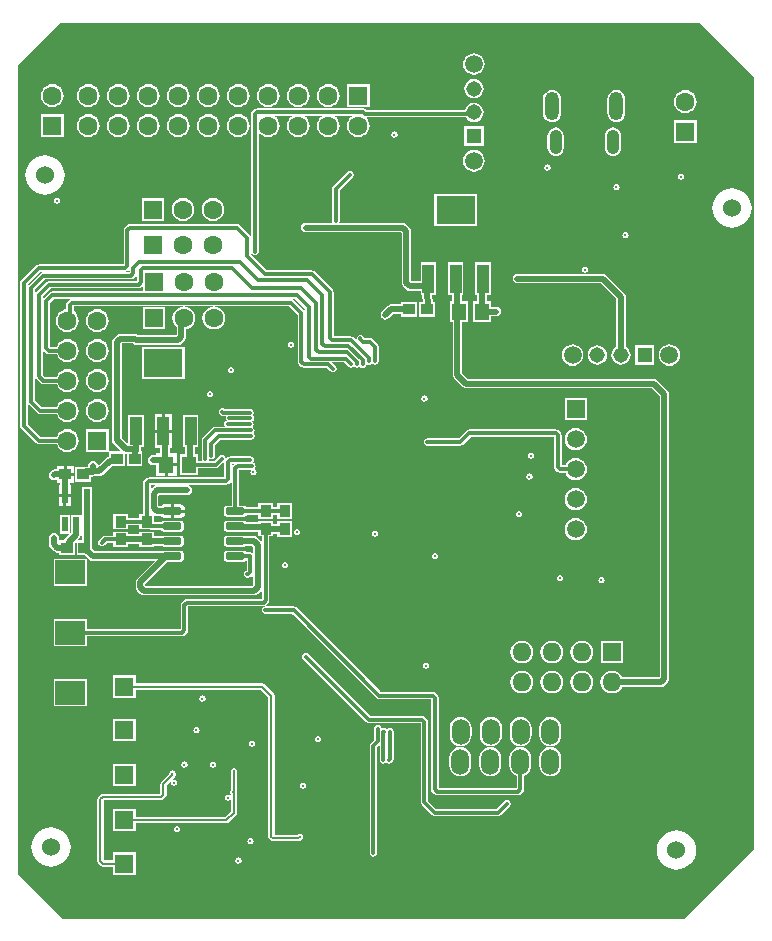
<source format=gbl>
G04*
G04 #@! TF.GenerationSoftware,Altium Limited,Altium Designer,20.2.5 (213)*
G04*
G04 Layer_Physical_Order=4*
G04 Layer_Color=16711680*
%FSLAX44Y44*%
%MOMM*%
G71*
G04*
G04 #@! TF.SameCoordinates,CBCE1813-5DC1-42ED-B67B-6F9CDEC3D03C*
G04*
G04*
G04 #@! TF.FilePolarity,Positive*
G04*
G01*
G75*
%ADD11C,0.2000*%
%ADD12C,0.3000*%
%ADD20R,1.0000X0.9500*%
%ADD21R,0.9500X1.0000*%
%ADD32R,1.2000X1.4000*%
%ADD42R,3.3000X2.4000*%
%ADD43R,1.0000X2.4000*%
%ADD81O,0.7300X1.4600*%
%ADD91C,0.5000*%
%ADD93O,1.5240X2.1844*%
%ADD94C,1.5240*%
%ADD95R,1.6000X1.6000*%
%ADD96R,1.5200X1.5200*%
%ADD97C,1.5200*%
%ADD98R,2.5000X2.0000*%
%ADD99O,1.2000X2.4000*%
%ADD100R,1.3080X1.3080*%
%ADD101C,1.3080*%
%ADD102C,1.5000*%
%ADD103R,1.3080X1.3080*%
%ADD104C,1.6000*%
%ADD105O,1.6100X1.6000*%
%ADD106R,1.6100X1.6000*%
%ADD107R,1.6000X1.6000*%
%ADD108C,0.2000*%
G04:AMPARAMS|DCode=109|XSize=1.58mm|YSize=0.6mm|CornerRadius=0.075mm|HoleSize=0mm|Usage=FLASHONLY|Rotation=180.000|XOffset=0mm|YOffset=0mm|HoleType=Round|Shape=RoundedRectangle|*
%AMROUNDEDRECTD109*
21,1,1.5800,0.4500,0,0,180.0*
21,1,1.4300,0.6000,0,0,180.0*
1,1,0.1500,-0.7150,0.2250*
1,1,0.1500,0.7150,0.2250*
1,1,0.1500,0.7150,-0.2250*
1,1,0.1500,-0.7150,-0.2250*
%
%ADD109ROUNDEDRECTD109*%
%ADD110R,0.5080X1.2192*%
%ADD111O,1.0500X2.1000*%
G36*
X586354Y715068D02*
X586354Y62172D01*
X527108Y2926D01*
X1212D01*
X-36444Y40582D01*
X-36444Y725228D01*
X-58Y761614D01*
X539808D01*
X586354Y715068D01*
D02*
G37*
%LPC*%
G36*
X349250Y735658D02*
X346874Y735346D01*
X344661Y734429D01*
X342760Y732970D01*
X341301Y731069D01*
X340384Y728856D01*
X340071Y726480D01*
X340384Y724104D01*
X341301Y721891D01*
X342760Y719990D01*
X344661Y718531D01*
X346874Y717614D01*
X349250Y717301D01*
X351626Y717614D01*
X353839Y718531D01*
X355740Y719990D01*
X357199Y721891D01*
X358116Y724104D01*
X358428Y726480D01*
X358116Y728856D01*
X357199Y731069D01*
X355740Y732970D01*
X353839Y734429D01*
X351626Y735346D01*
X349250Y735658D01*
D02*
G37*
G36*
Y713690D02*
X347125Y713410D01*
X345145Y712590D01*
X343445Y711285D01*
X342140Y709585D01*
X341320Y707605D01*
X341040Y705480D01*
X341320Y703355D01*
X342140Y701375D01*
X343445Y699675D01*
X345145Y698370D01*
X347125Y697550D01*
X349250Y697270D01*
X351375Y697550D01*
X353355Y698370D01*
X355056Y699675D01*
X356360Y701375D01*
X357180Y703355D01*
X357460Y705480D01*
X357180Y707605D01*
X356360Y709585D01*
X355056Y711285D01*
X353355Y712590D01*
X351375Y713410D01*
X349250Y713690D01*
D02*
G37*
G36*
X261060Y709370D02*
X241860D01*
Y690170D01*
X261060D01*
Y709370D01*
D02*
G37*
G36*
X226060Y709453D02*
X223554Y709123D01*
X221219Y708156D01*
X219213Y706617D01*
X217674Y704611D01*
X216707Y702276D01*
X216377Y699770D01*
X216707Y697264D01*
X217674Y694929D01*
X219213Y692923D01*
X221219Y691384D01*
X223554Y690417D01*
X226060Y690087D01*
X228566Y690417D01*
X230901Y691384D01*
X232907Y692923D01*
X234446Y694929D01*
X235413Y697264D01*
X235743Y699770D01*
X235413Y702276D01*
X234446Y704611D01*
X232907Y706617D01*
X230901Y708156D01*
X228566Y709123D01*
X226060Y709453D01*
D02*
G37*
G36*
X200660D02*
X198154Y709123D01*
X195819Y708156D01*
X193813Y706617D01*
X192274Y704611D01*
X191307Y702276D01*
X190977Y699770D01*
X191307Y697264D01*
X192274Y694929D01*
X193813Y692923D01*
X195819Y691384D01*
X198154Y690417D01*
X200660Y690087D01*
X203166Y690417D01*
X205501Y691384D01*
X207507Y692923D01*
X209046Y694929D01*
X210013Y697264D01*
X210343Y699770D01*
X210013Y702276D01*
X209046Y704611D01*
X207507Y706617D01*
X205501Y708156D01*
X203166Y709123D01*
X200660Y709453D01*
D02*
G37*
G36*
X175260D02*
X172754Y709123D01*
X170419Y708156D01*
X168413Y706617D01*
X166874Y704611D01*
X165907Y702276D01*
X165577Y699770D01*
X165907Y697264D01*
X166874Y694929D01*
X168413Y692923D01*
X170419Y691384D01*
X172754Y690417D01*
X175260Y690087D01*
X177766Y690417D01*
X180101Y691384D01*
X182107Y692923D01*
X183646Y694929D01*
X184613Y697264D01*
X184943Y699770D01*
X184613Y702276D01*
X183646Y704611D01*
X182107Y706617D01*
X180101Y708156D01*
X177766Y709123D01*
X175260Y709453D01*
D02*
G37*
G36*
X149860D02*
X147354Y709123D01*
X145019Y708156D01*
X143013Y706617D01*
X141474Y704611D01*
X140507Y702276D01*
X140177Y699770D01*
X140507Y697264D01*
X141474Y694929D01*
X143013Y692923D01*
X145019Y691384D01*
X147354Y690417D01*
X149860Y690087D01*
X152366Y690417D01*
X154701Y691384D01*
X156707Y692923D01*
X158246Y694929D01*
X159213Y697264D01*
X159543Y699770D01*
X159213Y702276D01*
X158246Y704611D01*
X156707Y706617D01*
X154701Y708156D01*
X152366Y709123D01*
X149860Y709453D01*
D02*
G37*
G36*
X124460D02*
X121954Y709123D01*
X119619Y708156D01*
X117613Y706617D01*
X116074Y704611D01*
X115107Y702276D01*
X114777Y699770D01*
X115107Y697264D01*
X116074Y694929D01*
X117613Y692923D01*
X119619Y691384D01*
X121954Y690417D01*
X124460Y690087D01*
X126966Y690417D01*
X129301Y691384D01*
X131307Y692923D01*
X132846Y694929D01*
X133813Y697264D01*
X134143Y699770D01*
X133813Y702276D01*
X132846Y704611D01*
X131307Y706617D01*
X129301Y708156D01*
X126966Y709123D01*
X124460Y709453D01*
D02*
G37*
G36*
X99060D02*
X96554Y709123D01*
X94219Y708156D01*
X92213Y706617D01*
X90674Y704611D01*
X89707Y702276D01*
X89377Y699770D01*
X89707Y697264D01*
X90674Y694929D01*
X92213Y692923D01*
X94219Y691384D01*
X96554Y690417D01*
X99060Y690087D01*
X101566Y690417D01*
X103901Y691384D01*
X105907Y692923D01*
X107446Y694929D01*
X108413Y697264D01*
X108743Y699770D01*
X108413Y702276D01*
X107446Y704611D01*
X105907Y706617D01*
X103901Y708156D01*
X101566Y709123D01*
X99060Y709453D01*
D02*
G37*
G36*
X73660D02*
X71154Y709123D01*
X68819Y708156D01*
X66813Y706617D01*
X65274Y704611D01*
X64307Y702276D01*
X63977Y699770D01*
X64307Y697264D01*
X65274Y694929D01*
X66813Y692923D01*
X68819Y691384D01*
X71154Y690417D01*
X73660Y690087D01*
X76166Y690417D01*
X78501Y691384D01*
X80507Y692923D01*
X82046Y694929D01*
X83013Y697264D01*
X83343Y699770D01*
X83013Y702276D01*
X82046Y704611D01*
X80507Y706617D01*
X78501Y708156D01*
X76166Y709123D01*
X73660Y709453D01*
D02*
G37*
G36*
X48260D02*
X45754Y709123D01*
X43419Y708156D01*
X41413Y706617D01*
X39874Y704611D01*
X38907Y702276D01*
X38577Y699770D01*
X38907Y697264D01*
X39874Y694929D01*
X41413Y692923D01*
X43419Y691384D01*
X45754Y690417D01*
X48260Y690087D01*
X50766Y690417D01*
X53101Y691384D01*
X55107Y692923D01*
X56646Y694929D01*
X57613Y697264D01*
X57943Y699770D01*
X57613Y702276D01*
X56646Y704611D01*
X55107Y706617D01*
X53101Y708156D01*
X50766Y709123D01*
X48260Y709453D01*
D02*
G37*
G36*
X22860D02*
X20354Y709123D01*
X18019Y708156D01*
X16013Y706617D01*
X14474Y704611D01*
X13507Y702276D01*
X13177Y699770D01*
X13507Y697264D01*
X14474Y694929D01*
X16013Y692923D01*
X18019Y691384D01*
X20354Y690417D01*
X22860Y690087D01*
X25366Y690417D01*
X27701Y691384D01*
X29707Y692923D01*
X31246Y694929D01*
X32213Y697264D01*
X32543Y699770D01*
X32213Y702276D01*
X31246Y704611D01*
X29707Y706617D01*
X27701Y708156D01*
X25366Y709123D01*
X22860Y709453D01*
D02*
G37*
G36*
X-7620D02*
X-10126Y709123D01*
X-12461Y708156D01*
X-14467Y706617D01*
X-16006Y704611D01*
X-16973Y702276D01*
X-17303Y699770D01*
X-16973Y697264D01*
X-16006Y694929D01*
X-14467Y692923D01*
X-12461Y691384D01*
X-10126Y690417D01*
X-7620Y690087D01*
X-5114Y690417D01*
X-2779Y691384D01*
X-773Y692923D01*
X766Y694929D01*
X1733Y697264D01*
X2063Y699770D01*
X1733Y702276D01*
X766Y704611D01*
X-773Y706617D01*
X-2779Y708156D01*
X-5114Y709123D01*
X-7620Y709453D01*
D02*
G37*
G36*
X349250Y693690D02*
X347125Y693410D01*
X345145Y692590D01*
X343445Y691285D01*
X342140Y689585D01*
X341355Y687691D01*
X258307D01*
X257963Y688035D01*
X256937Y688720D01*
X255728Y688961D01*
X165587D01*
X164378Y688720D01*
X163352Y688035D01*
X161595Y686278D01*
X160910Y685252D01*
X160669Y684043D01*
Y567690D01*
X160910Y566480D01*
X161595Y565455D01*
X162621Y564770D01*
X163830Y564529D01*
X165040Y564770D01*
X166065Y565455D01*
X166750Y566480D01*
X166991Y567690D01*
Y669377D01*
X168413Y667523D01*
X170419Y665984D01*
X172754Y665017D01*
X175260Y664687D01*
X177766Y665017D01*
X180101Y665984D01*
X182107Y667523D01*
X183646Y669529D01*
X184613Y671864D01*
X184943Y674370D01*
X184613Y676876D01*
X183646Y679211D01*
X182107Y681217D01*
X180253Y682639D01*
X195667D01*
X193813Y681217D01*
X192274Y679211D01*
X191307Y676876D01*
X190977Y674370D01*
X191307Y671864D01*
X192274Y669529D01*
X193813Y667523D01*
X195819Y665984D01*
X198154Y665017D01*
X200660Y664687D01*
X203166Y665017D01*
X205501Y665984D01*
X207507Y667523D01*
X209046Y669529D01*
X210013Y671864D01*
X210343Y674370D01*
X210013Y676876D01*
X209046Y679211D01*
X207507Y681217D01*
X205653Y682639D01*
X221067D01*
X219213Y681217D01*
X217674Y679211D01*
X216707Y676876D01*
X216377Y674370D01*
X216707Y671864D01*
X217674Y669529D01*
X219213Y667523D01*
X221219Y665984D01*
X223554Y665017D01*
X226060Y664687D01*
X228566Y665017D01*
X230901Y665984D01*
X232907Y667523D01*
X234446Y669529D01*
X235413Y671864D01*
X235743Y674370D01*
X235413Y676876D01*
X234446Y679211D01*
X232907Y681217D01*
X231053Y682639D01*
X246467D01*
X244613Y681217D01*
X243074Y679211D01*
X242107Y676876D01*
X241777Y674370D01*
X242107Y671864D01*
X243074Y669529D01*
X244613Y667523D01*
X246619Y665984D01*
X248954Y665017D01*
X251460Y664687D01*
X253966Y665017D01*
X256301Y665984D01*
X258307Y667523D01*
X259846Y669529D01*
X260813Y671864D01*
X261143Y674370D01*
X260813Y676876D01*
X259846Y679211D01*
X258307Y681217D01*
X258108Y681369D01*
X342144D01*
X343445Y679675D01*
X345145Y678370D01*
X347125Y677550D01*
X349250Y677270D01*
X351375Y677550D01*
X353355Y678370D01*
X355056Y679675D01*
X356360Y681375D01*
X357180Y683355D01*
X357460Y685480D01*
X357180Y687605D01*
X356360Y689585D01*
X355056Y691285D01*
X353355Y692590D01*
X351375Y693410D01*
X349250Y693690D01*
D02*
G37*
G36*
X528320Y704373D02*
X525814Y704043D01*
X523479Y703076D01*
X521473Y701537D01*
X519934Y699531D01*
X518967Y697196D01*
X518637Y694690D01*
X518967Y692184D01*
X519934Y689849D01*
X521473Y687843D01*
X523479Y686304D01*
X525814Y685337D01*
X528320Y685007D01*
X530826Y685337D01*
X533161Y686304D01*
X535167Y687843D01*
X536706Y689849D01*
X537673Y692184D01*
X538003Y694690D01*
X537673Y697196D01*
X536706Y699531D01*
X535167Y701537D01*
X533161Y703076D01*
X530826Y704043D01*
X528320Y704373D01*
D02*
G37*
G36*
X469900Y704546D02*
X467916Y704284D01*
X466067Y703519D01*
X464480Y702300D01*
X463261Y700713D01*
X462496Y698864D01*
X462234Y696880D01*
Y684880D01*
X462496Y682896D01*
X463261Y681047D01*
X464480Y679460D01*
X466067Y678241D01*
X467916Y677476D01*
X469900Y677214D01*
X471884Y677476D01*
X473733Y678241D01*
X475320Y679460D01*
X476539Y681047D01*
X477304Y682896D01*
X477566Y684880D01*
Y696880D01*
X477304Y698864D01*
X476539Y700713D01*
X475320Y702300D01*
X473733Y703519D01*
X471884Y704284D01*
X469900Y704546D01*
D02*
G37*
G36*
X415400D02*
X413416Y704284D01*
X411567Y703519D01*
X409980Y702300D01*
X408761Y700713D01*
X407996Y698864D01*
X407734Y696880D01*
Y684880D01*
X407996Y682896D01*
X408761Y681047D01*
X409980Y679460D01*
X411567Y678241D01*
X413416Y677476D01*
X415400Y677214D01*
X417384Y677476D01*
X419233Y678241D01*
X420820Y679460D01*
X422039Y681047D01*
X422804Y682896D01*
X423065Y684880D01*
Y696880D01*
X422804Y698864D01*
X422039Y700713D01*
X420820Y702300D01*
X419233Y703519D01*
X417384Y704284D01*
X415400Y704546D01*
D02*
G37*
G36*
X1980Y683970D02*
X-17220D01*
Y664770D01*
X1980D01*
Y683970D01*
D02*
G37*
G36*
X149860Y684053D02*
X147354Y683723D01*
X145019Y682756D01*
X143013Y681217D01*
X141474Y679211D01*
X140507Y676876D01*
X140177Y674370D01*
X140507Y671864D01*
X141474Y669529D01*
X143013Y667523D01*
X145019Y665984D01*
X147354Y665017D01*
X149860Y664687D01*
X152366Y665017D01*
X154701Y665984D01*
X156707Y667523D01*
X158246Y669529D01*
X159213Y671864D01*
X159543Y674370D01*
X159213Y676876D01*
X158246Y679211D01*
X156707Y681217D01*
X154701Y682756D01*
X152366Y683723D01*
X149860Y684053D01*
D02*
G37*
G36*
X124460D02*
X121954Y683723D01*
X119619Y682756D01*
X117613Y681217D01*
X116074Y679211D01*
X115107Y676876D01*
X114777Y674370D01*
X115107Y671864D01*
X116074Y669529D01*
X117613Y667523D01*
X119619Y665984D01*
X121954Y665017D01*
X124460Y664687D01*
X126966Y665017D01*
X129301Y665984D01*
X131307Y667523D01*
X132846Y669529D01*
X133813Y671864D01*
X134143Y674370D01*
X133813Y676876D01*
X132846Y679211D01*
X131307Y681217D01*
X129301Y682756D01*
X126966Y683723D01*
X124460Y684053D01*
D02*
G37*
G36*
X99060D02*
X96554Y683723D01*
X94219Y682756D01*
X92213Y681217D01*
X90674Y679211D01*
X89707Y676876D01*
X89377Y674370D01*
X89707Y671864D01*
X90674Y669529D01*
X92213Y667523D01*
X94219Y665984D01*
X96554Y665017D01*
X99060Y664687D01*
X101566Y665017D01*
X103901Y665984D01*
X105907Y667523D01*
X107446Y669529D01*
X108413Y671864D01*
X108743Y674370D01*
X108413Y676876D01*
X107446Y679211D01*
X105907Y681217D01*
X103901Y682756D01*
X101566Y683723D01*
X99060Y684053D01*
D02*
G37*
G36*
X73660D02*
X71154Y683723D01*
X68819Y682756D01*
X66813Y681217D01*
X65274Y679211D01*
X64307Y676876D01*
X63977Y674370D01*
X64307Y671864D01*
X65274Y669529D01*
X66813Y667523D01*
X68819Y665984D01*
X71154Y665017D01*
X73660Y664687D01*
X76166Y665017D01*
X78501Y665984D01*
X80507Y667523D01*
X82046Y669529D01*
X83013Y671864D01*
X83343Y674370D01*
X83013Y676876D01*
X82046Y679211D01*
X80507Y681217D01*
X78501Y682756D01*
X76166Y683723D01*
X73660Y684053D01*
D02*
G37*
G36*
X48260D02*
X45754Y683723D01*
X43419Y682756D01*
X41413Y681217D01*
X39874Y679211D01*
X38907Y676876D01*
X38577Y674370D01*
X38907Y671864D01*
X39874Y669529D01*
X41413Y667523D01*
X43419Y665984D01*
X45754Y665017D01*
X48260Y664687D01*
X50766Y665017D01*
X53101Y665984D01*
X55107Y667523D01*
X56646Y669529D01*
X57613Y671864D01*
X57943Y674370D01*
X57613Y676876D01*
X56646Y679211D01*
X55107Y681217D01*
X53101Y682756D01*
X50766Y683723D01*
X48260Y684053D01*
D02*
G37*
G36*
X22860D02*
X20354Y683723D01*
X18019Y682756D01*
X16013Y681217D01*
X14474Y679211D01*
X13507Y676876D01*
X13177Y674370D01*
X13507Y671864D01*
X14474Y669529D01*
X16013Y667523D01*
X18019Y665984D01*
X20354Y665017D01*
X22860Y664687D01*
X25366Y665017D01*
X27701Y665984D01*
X29707Y667523D01*
X31246Y669529D01*
X32213Y671864D01*
X32543Y674370D01*
X32213Y676876D01*
X31246Y679211D01*
X29707Y681217D01*
X27701Y682756D01*
X25366Y683723D01*
X22860Y684053D01*
D02*
G37*
G36*
X281940Y669401D02*
X280926Y669199D01*
X280065Y668624D01*
X279491Y667765D01*
X279289Y666750D01*
X279491Y665735D01*
X280065Y664875D01*
X280926Y664301D01*
X281940Y664099D01*
X282955Y664301D01*
X283815Y664875D01*
X284389Y665735D01*
X284591Y666750D01*
X284389Y667765D01*
X283815Y668624D01*
X282955Y669199D01*
X281940Y669401D01*
D02*
G37*
G36*
X537920Y678890D02*
X518720D01*
Y659690D01*
X537920D01*
Y678890D01*
D02*
G37*
G36*
X357390Y673620D02*
X341110D01*
Y657340D01*
X357390D01*
Y673620D01*
D02*
G37*
G36*
X466900Y672739D02*
X465112Y672504D01*
X463445Y671814D01*
X462015Y670715D01*
X460916Y669285D01*
X460226Y667618D01*
X459991Y665830D01*
Y655330D01*
X460226Y653542D01*
X460916Y651876D01*
X462015Y650444D01*
X463445Y649347D01*
X465112Y648656D01*
X466900Y648421D01*
X468688Y648656D01*
X470354Y649347D01*
X471786Y650444D01*
X472883Y651876D01*
X473574Y653542D01*
X473809Y655330D01*
Y665830D01*
X473574Y667618D01*
X472883Y669285D01*
X471786Y670715D01*
X470354Y671814D01*
X468688Y672504D01*
X466900Y672739D01*
D02*
G37*
G36*
X418400D02*
X416612Y672504D01*
X414945Y671814D01*
X413515Y670715D01*
X412416Y669285D01*
X411726Y667618D01*
X411491Y665830D01*
Y655330D01*
X411726Y653542D01*
X412416Y651876D01*
X413515Y650444D01*
X414945Y649347D01*
X416612Y648656D01*
X418400Y648421D01*
X420188Y648656D01*
X421855Y649347D01*
X423285Y650444D01*
X424384Y651876D01*
X425074Y653542D01*
X425309Y655330D01*
Y665830D01*
X425074Y667618D01*
X424384Y669285D01*
X423285Y670715D01*
X421855Y671814D01*
X420188Y672504D01*
X418400Y672739D01*
D02*
G37*
G36*
X411480Y641461D02*
X410466Y641259D01*
X409605Y640685D01*
X409031Y639824D01*
X408829Y638810D01*
X409031Y637795D01*
X409605Y636936D01*
X410466Y636361D01*
X411480Y636159D01*
X412495Y636361D01*
X413354Y636936D01*
X413929Y637795D01*
X414131Y638810D01*
X413929Y639824D01*
X413354Y640685D01*
X412495Y641259D01*
X411480Y641461D01*
D02*
G37*
G36*
X349250Y653659D02*
X346874Y653346D01*
X344661Y652429D01*
X342760Y650970D01*
X341301Y649069D01*
X340384Y646856D01*
X340071Y644480D01*
X340384Y642104D01*
X341301Y639891D01*
X342760Y637990D01*
X344661Y636531D01*
X346874Y635614D01*
X349250Y635302D01*
X351626Y635614D01*
X353839Y636531D01*
X355740Y637990D01*
X357199Y639891D01*
X358116Y642104D01*
X358428Y644480D01*
X358116Y646856D01*
X357199Y649069D01*
X355740Y650970D01*
X353839Y652429D01*
X351626Y653346D01*
X349250Y653659D01*
D02*
G37*
G36*
X524510Y633841D02*
X523495Y633639D01*
X522635Y633064D01*
X522061Y632205D01*
X521859Y631190D01*
X522061Y630176D01*
X522635Y629315D01*
X523495Y628741D01*
X524510Y628539D01*
X525524Y628741D01*
X526385Y629315D01*
X526959Y630176D01*
X527161Y631190D01*
X526959Y632205D01*
X526385Y633064D01*
X525524Y633639D01*
X524510Y633841D01*
D02*
G37*
G36*
X469900Y624951D02*
X468885Y624749D01*
X468026Y624174D01*
X467451Y623315D01*
X467249Y622300D01*
X467451Y621286D01*
X468026Y620425D01*
X468885Y619851D01*
X469900Y619649D01*
X470914Y619851D01*
X471774Y620425D01*
X472349Y621286D01*
X472551Y622300D01*
X472349Y623315D01*
X471774Y624174D01*
X470914Y624749D01*
X469900Y624951D01*
D02*
G37*
G36*
X-13970Y649140D02*
X-17224Y648820D01*
X-20353Y647871D01*
X-23237Y646329D01*
X-25765Y644255D01*
X-27839Y641727D01*
X-29381Y638843D01*
X-30330Y635714D01*
X-30650Y632460D01*
X-30330Y629206D01*
X-29381Y626077D01*
X-27839Y623193D01*
X-25765Y620665D01*
X-23237Y618591D01*
X-20353Y617049D01*
X-17224Y616100D01*
X-13970Y615780D01*
X-10716Y616100D01*
X-7587Y617049D01*
X-4703Y618591D01*
X-2175Y620665D01*
X-101Y623193D01*
X1441Y626077D01*
X2390Y629206D01*
X2710Y632460D01*
X2390Y635714D01*
X1441Y638843D01*
X-101Y641727D01*
X-2175Y644255D01*
X-4703Y646329D01*
X-7587Y647871D01*
X-10716Y648820D01*
X-13970Y649140D01*
D02*
G37*
G36*
X-3810Y613521D02*
X-4825Y613319D01*
X-5684Y612744D01*
X-6259Y611884D01*
X-6461Y610870D01*
X-6259Y609855D01*
X-5684Y608996D01*
X-4825Y608421D01*
X-3810Y608219D01*
X-2795Y608421D01*
X-1936Y608996D01*
X-1361Y609855D01*
X-1159Y610870D01*
X-1361Y611884D01*
X-1936Y612744D01*
X-2795Y613319D01*
X-3810Y613521D01*
D02*
G37*
G36*
X87070Y612850D02*
X67870D01*
Y593650D01*
X87070D01*
Y612850D01*
D02*
G37*
G36*
X128270Y612933D02*
X125764Y612603D01*
X123429Y611636D01*
X121423Y610097D01*
X119884Y608091D01*
X118917Y605756D01*
X118587Y603250D01*
X118917Y600744D01*
X119884Y598409D01*
X121423Y596403D01*
X123429Y594864D01*
X125764Y593897D01*
X128270Y593567D01*
X130776Y593897D01*
X133111Y594864D01*
X135117Y596403D01*
X136656Y598409D01*
X137623Y600744D01*
X137953Y603250D01*
X137623Y605756D01*
X136656Y608091D01*
X135117Y610097D01*
X133111Y611636D01*
X130776Y612603D01*
X128270Y612933D01*
D02*
G37*
G36*
X102870D02*
X100364Y612603D01*
X98029Y611636D01*
X96023Y610097D01*
X94484Y608091D01*
X93517Y605756D01*
X93187Y603250D01*
X93517Y600744D01*
X94484Y598409D01*
X96023Y596403D01*
X98029Y594864D01*
X100364Y593897D01*
X102870Y593567D01*
X105376Y593897D01*
X107711Y594864D01*
X109717Y596403D01*
X111256Y598409D01*
X112223Y600744D01*
X112553Y603250D01*
X112223Y605756D01*
X111256Y608091D01*
X109717Y610097D01*
X107711Y611636D01*
X105376Y612603D01*
X102870Y612933D01*
D02*
G37*
G36*
X351780Y616444D02*
X315580D01*
Y589244D01*
X351780D01*
Y616444D01*
D02*
G37*
G36*
X567690Y621200D02*
X564436Y620880D01*
X561307Y619931D01*
X558423Y618389D01*
X555895Y616315D01*
X553821Y613787D01*
X552279Y610903D01*
X551330Y607774D01*
X551010Y604520D01*
X551330Y601266D01*
X552279Y598137D01*
X553821Y595253D01*
X555895Y592725D01*
X558423Y590651D01*
X561307Y589109D01*
X564436Y588160D01*
X567690Y587840D01*
X570944Y588160D01*
X574073Y589109D01*
X576957Y590651D01*
X579485Y592725D01*
X581559Y595253D01*
X583101Y598137D01*
X584050Y601266D01*
X584370Y604520D01*
X584050Y607774D01*
X583101Y610903D01*
X581559Y613787D01*
X579485Y616315D01*
X576957Y618389D01*
X574073Y619931D01*
X570944Y620880D01*
X567690Y621200D01*
D02*
G37*
G36*
X477520Y584311D02*
X476506Y584109D01*
X475645Y583535D01*
X475071Y582674D01*
X474869Y581660D01*
X475071Y580645D01*
X475645Y579785D01*
X476506Y579211D01*
X477520Y579009D01*
X478535Y579211D01*
X479394Y579785D01*
X479969Y580645D01*
X480171Y581660D01*
X479969Y582674D01*
X479394Y583535D01*
X478535Y584109D01*
X477520Y584311D01*
D02*
G37*
G36*
X443230Y555101D02*
X442215Y554899D01*
X441356Y554324D01*
X440781Y553465D01*
X440579Y552450D01*
X440781Y551436D01*
X441356Y550575D01*
X442215Y550001D01*
X443230Y549799D01*
X444244Y550001D01*
X445104Y550575D01*
X445679Y551436D01*
X445881Y552450D01*
X445679Y553465D01*
X445104Y554324D01*
X444244Y554899D01*
X443230Y555101D01*
D02*
G37*
G36*
X363280Y558444D02*
X350080D01*
Y531244D01*
X352045D01*
Y525525D01*
X348170D01*
Y508325D01*
X363370D01*
Y512745D01*
X368123D01*
X368300Y512710D01*
X369900Y513028D01*
X371256Y513934D01*
X372162Y515290D01*
X372480Y516890D01*
X372162Y518490D01*
X371256Y519846D01*
X371221Y519881D01*
X369865Y520787D01*
X368265Y521106D01*
X363370D01*
Y525525D01*
X360405D01*
Y531244D01*
X363280D01*
Y558444D01*
D02*
G37*
G36*
X244200Y635981D02*
X242991Y635741D01*
X241966Y635056D01*
X230175Y623265D01*
X229490Y622240D01*
X229249Y621030D01*
Y593610D01*
X229490Y592400D01*
X229630Y592190D01*
X207010D01*
X205410Y591872D01*
X204054Y590966D01*
X203148Y589610D01*
X202830Y588010D01*
X203148Y586410D01*
X204054Y585054D01*
X205410Y584148D01*
X207010Y583830D01*
X287439D01*
X287920Y583349D01*
Y541409D01*
X288238Y539809D01*
X289144Y538453D01*
X292073Y535524D01*
X293429Y534618D01*
X295029Y534300D01*
X304080D01*
Y531244D01*
X305690D01*
Y528320D01*
X305875Y527387D01*
X305808Y527050D01*
Y525256D01*
X302697D01*
Y512556D01*
X315897D01*
Y525256D01*
X314169D01*
Y527050D01*
X313983Y527983D01*
X314050Y528320D01*
Y531244D01*
X317280D01*
Y558444D01*
X304080D01*
Y542660D01*
X296761D01*
X296280Y543140D01*
Y585081D01*
X295962Y586681D01*
X295056Y588037D01*
X292127Y590966D01*
X290771Y591872D01*
X289171Y592190D01*
X235190D01*
X235330Y592400D01*
X235571Y593610D01*
Y619721D01*
X246436Y630586D01*
X247121Y631611D01*
X247361Y632821D01*
X247121Y634030D01*
X246436Y635056D01*
X245410Y635741D01*
X244200Y635981D01*
D02*
G37*
G36*
X300897Y525256D02*
X287697D01*
Y523086D01*
X279126D01*
X277526Y522768D01*
X276170Y521862D01*
X271364Y517056D01*
X270458Y515700D01*
X270140Y514100D01*
X270458Y512500D01*
X271364Y511144D01*
X272720Y510238D01*
X274320Y509920D01*
X275920Y510238D01*
X277276Y511144D01*
X280858Y514726D01*
X287697D01*
Y512556D01*
X300897D01*
Y525256D01*
D02*
G37*
G36*
X87830Y521156D02*
X68630D01*
Y501956D01*
X87830D01*
Y521156D01*
D02*
G37*
G36*
X129030Y521239D02*
X126524Y520909D01*
X124188Y519942D01*
X122183Y518403D01*
X120644Y516397D01*
X119677Y514062D01*
X119347Y511556D01*
X119677Y509050D01*
X120644Y506715D01*
X122183Y504709D01*
X124188Y503170D01*
X126524Y502203D01*
X129030Y501873D01*
X131536Y502203D01*
X133871Y503170D01*
X135877Y504709D01*
X137415Y506715D01*
X138383Y509050D01*
X138713Y511556D01*
X138383Y514062D01*
X137415Y516397D01*
X135877Y518403D01*
X133871Y519942D01*
X131536Y520909D01*
X129030Y521239D01*
D02*
G37*
G36*
X30480Y518953D02*
X27974Y518623D01*
X25639Y517656D01*
X23633Y516117D01*
X22094Y514111D01*
X21127Y511776D01*
X20797Y509270D01*
X21127Y506764D01*
X22094Y504429D01*
X23633Y502423D01*
X25639Y500884D01*
X27974Y499917D01*
X30480Y499587D01*
X32986Y499917D01*
X35321Y500884D01*
X37327Y502423D01*
X38866Y504429D01*
X39833Y506764D01*
X40163Y509270D01*
X39833Y511776D01*
X38866Y514111D01*
X37327Y516117D01*
X35321Y517656D01*
X32986Y518623D01*
X30480Y518953D01*
D02*
G37*
G36*
X103630Y521239D02*
X101124Y520909D01*
X98788Y519942D01*
X96783Y518403D01*
X95244Y516397D01*
X94277Y514062D01*
X93947Y511556D01*
X94277Y509050D01*
X95244Y506715D01*
X96783Y504709D01*
X97420Y504221D01*
Y497421D01*
X96939Y496940D01*
X65231D01*
X65186Y496986D01*
X63830Y497892D01*
X62230Y498210D01*
X49919D01*
X48319Y497892D01*
X46963Y496986D01*
X44034Y494057D01*
X43128Y492701D01*
X42810Y491101D01*
Y407978D01*
X43128Y406379D01*
X44034Y405022D01*
X50276Y398780D01*
X40390D01*
Y394253D01*
X39330Y394042D01*
X37974Y393136D01*
X30850Y386012D01*
Y386080D01*
X30532Y387680D01*
X29626Y389036D01*
X28270Y389942D01*
X26670Y390260D01*
X25070Y389942D01*
X23714Y389036D01*
X22808Y387680D01*
X22490Y386080D01*
Y385652D01*
X20619D01*
X20216Y385572D01*
X11769D01*
Y372872D01*
X24969D01*
Y377194D01*
X26573D01*
X27061Y377291D01*
X32222D01*
X33821Y377609D01*
X35178Y378516D01*
X42661Y386000D01*
X44740D01*
X45144Y386080D01*
X53590D01*
Y396257D01*
X54764Y396024D01*
X55390D01*
Y386080D01*
X68590D01*
Y398780D01*
X67540D01*
Y400204D01*
Y401900D01*
X69960D01*
Y429100D01*
X56760D01*
Y404384D01*
X56496D01*
X51170Y409710D01*
Y489370D01*
X51651Y489850D01*
X60498D01*
X60544Y489804D01*
X61900Y488898D01*
X63500Y488580D01*
X98671D01*
X100271Y488898D01*
X101627Y489804D01*
X104556Y492733D01*
X105462Y494089D01*
X105780Y495689D01*
Y502156D01*
X106136Y502203D01*
X108471Y503170D01*
X110477Y504709D01*
X112015Y506715D01*
X112983Y509050D01*
X113313Y511556D01*
X112983Y514062D01*
X112015Y516397D01*
X110477Y518403D01*
X108471Y519942D01*
X106136Y520909D01*
X103630Y521239D01*
D02*
G37*
G36*
X194310Y491601D02*
X193295Y491399D01*
X192435Y490825D01*
X191861Y489964D01*
X191659Y488950D01*
X191861Y487935D01*
X192435Y487076D01*
X193295Y486501D01*
X194310Y486299D01*
X195324Y486501D01*
X196185Y487076D01*
X196759Y487935D01*
X196961Y488950D01*
X196759Y489964D01*
X196185Y490825D01*
X195324Y491399D01*
X194310Y491601D01*
D02*
G37*
G36*
X148590Y591171D02*
X57637D01*
X56428Y590930D01*
X55402Y590245D01*
X53645Y588488D01*
X52960Y587462D01*
X52719Y586253D01*
Y556881D01*
X-19050D01*
X-20260Y556640D01*
X-21285Y555955D01*
X-33985Y543255D01*
X-34670Y542230D01*
X-34911Y541020D01*
Y420370D01*
X-34670Y419160D01*
X-33985Y418135D01*
X-21285Y405435D01*
X-20260Y404750D01*
X-19050Y404509D01*
X-4002D01*
X-3306Y402829D01*
X-1767Y400823D01*
X239Y399284D01*
X2574Y398317D01*
X5080Y397987D01*
X7586Y398317D01*
X9921Y399284D01*
X11927Y400823D01*
X13466Y402829D01*
X14433Y405164D01*
X14763Y407670D01*
X14433Y410176D01*
X13466Y412511D01*
X11927Y414517D01*
X9921Y416056D01*
X7586Y417023D01*
X5080Y417353D01*
X2574Y417023D01*
X239Y416056D01*
X-1767Y414517D01*
X-3306Y412511D01*
X-4002Y410831D01*
X-17741D01*
X-28589Y421679D01*
Y539711D01*
X-17741Y550559D01*
X54123D01*
X55332Y550800D01*
X56358Y551485D01*
X57799Y552927D01*
Y550531D01*
X-15240D01*
X-16450Y550290D01*
X-17475Y549605D01*
X-27635Y539445D01*
X-28320Y538420D01*
X-28561Y537210D01*
Y440690D01*
X-28320Y439480D01*
X-27635Y438455D01*
X-20015Y430835D01*
X-18990Y430150D01*
X-17780Y429909D01*
X-4002D01*
X-3306Y428229D01*
X-1767Y426223D01*
X239Y424684D01*
X2574Y423717D01*
X5080Y423387D01*
X7586Y423717D01*
X9921Y424684D01*
X11927Y426223D01*
X13466Y428229D01*
X14433Y430564D01*
X14763Y433070D01*
X14433Y435576D01*
X13466Y437911D01*
X11927Y439917D01*
X9921Y441456D01*
X7586Y442423D01*
X5080Y442753D01*
X2574Y442423D01*
X239Y441456D01*
X-1767Y439917D01*
X-3306Y437911D01*
X-4002Y436231D01*
X-16471D01*
X-22239Y441999D01*
Y535901D01*
X-13931Y544209D01*
X59203D01*
X60412Y544450D01*
X61438Y545135D01*
X63195Y546892D01*
X63880Y547918D01*
X63969Y548365D01*
Y542911D01*
X-10160D01*
X-11370Y542670D01*
X-12395Y541985D01*
X-21285Y533095D01*
X-21970Y532070D01*
X-22211Y530860D01*
Y462280D01*
X-21970Y461070D01*
X-21285Y460045D01*
X-17475Y456235D01*
X-16450Y455550D01*
X-15240Y455309D01*
X-4002D01*
X-3306Y453629D01*
X-1767Y451623D01*
X239Y450084D01*
X2574Y449117D01*
X5080Y448787D01*
X7586Y449117D01*
X9921Y450084D01*
X11927Y451623D01*
X13466Y453629D01*
X14433Y455964D01*
X14763Y458470D01*
X14433Y460976D01*
X13466Y463311D01*
X11927Y465317D01*
X9921Y466856D01*
X7586Y467823D01*
X5080Y468153D01*
X2574Y467823D01*
X239Y466856D01*
X-1767Y465317D01*
X-3306Y463311D01*
X-4002Y461631D01*
X-13931D01*
X-15889Y463589D01*
Y529551D01*
X-8851Y536589D01*
X65373D01*
X66582Y536830D01*
X67607Y537515D01*
X68630Y538537D01*
Y534002D01*
X-7639D01*
X-8848Y533761D01*
X-9874Y533076D01*
X-14935Y528015D01*
X-15620Y526990D01*
X-15861Y525780D01*
Y485627D01*
X-15620Y484418D01*
X-14935Y483392D01*
X-13178Y481635D01*
X-12152Y480950D01*
X-10943Y480709D01*
X-4002D01*
X-3306Y479029D01*
X-1767Y477023D01*
X239Y475484D01*
X2574Y474517D01*
X5080Y474187D01*
X7586Y474517D01*
X9921Y475484D01*
X11927Y477023D01*
X13466Y479029D01*
X14433Y481364D01*
X14763Y483870D01*
X14433Y486376D01*
X13466Y488711D01*
X11927Y490717D01*
X9921Y492256D01*
X7586Y493223D01*
X5080Y493553D01*
X2574Y493223D01*
X239Y492256D01*
X-1767Y490717D01*
X-3306Y488711D01*
X-4002Y487031D01*
X-9539D01*
Y524471D01*
X-6330Y527681D01*
X198099D01*
X206389Y519391D01*
Y478797D01*
X206630Y477588D01*
X207315Y476562D01*
X208277Y475601D01*
X206361D01*
Y515620D01*
X206120Y516830D01*
X205435Y517855D01*
X196545Y526745D01*
X195520Y527430D01*
X194310Y527671D01*
X8842D01*
X7633Y527430D01*
X6607Y526745D01*
X4850Y524988D01*
X4165Y523962D01*
X3924Y522753D01*
Y518801D01*
X2574Y518623D01*
X239Y517656D01*
X-1767Y516117D01*
X-3306Y514111D01*
X-4273Y511776D01*
X-4603Y509270D01*
X-4273Y506764D01*
X-3306Y504429D01*
X-1767Y502423D01*
X239Y500884D01*
X2574Y499917D01*
X5080Y499587D01*
X7586Y499917D01*
X9921Y500884D01*
X11927Y502423D01*
X13466Y504429D01*
X14433Y506764D01*
X14763Y509270D01*
X14433Y511776D01*
X13466Y514111D01*
X11927Y516117D01*
X10246Y517407D01*
Y521349D01*
X193001D01*
X200039Y514311D01*
Y474197D01*
X200280Y472988D01*
X200965Y471962D01*
X202722Y470205D01*
X203748Y469520D01*
X204957Y469279D01*
X224751D01*
X227635Y466395D01*
X228660Y465710D01*
X229870Y465469D01*
X231080Y465710D01*
X232105Y466395D01*
X232790Y467420D01*
X233031Y468630D01*
X232790Y469840D01*
X232105Y470865D01*
X229091Y473879D01*
X239201D01*
X242875Y470205D01*
X243900Y469520D01*
X245110Y469279D01*
X246320Y469520D01*
X247345Y470205D01*
X247510Y470452D01*
X247675Y470205D01*
X248700Y469520D01*
X249910Y469279D01*
X251119Y469520D01*
X252145Y470205D01*
X252290Y470422D01*
X252675Y469845D01*
X253701Y469160D01*
X254910Y468919D01*
X256120Y469160D01*
X257145Y469845D01*
X257830Y470871D01*
X258071Y472080D01*
Y472408D01*
X258920Y471840D01*
X260130Y471599D01*
X261340Y471840D01*
X262365Y472525D01*
X262854Y473256D01*
X263195Y472745D01*
X264221Y472060D01*
X265430Y471819D01*
X266639Y472060D01*
X267665Y472745D01*
X268350Y473770D01*
X268591Y474980D01*
Y487193D01*
X268350Y488402D01*
X267665Y489428D01*
X266395Y490698D01*
X263368Y493725D01*
X262342Y494410D01*
X261133Y494651D01*
X256579D01*
X255986Y495243D01*
X255960Y495376D01*
X255275Y496402D01*
X254249Y497087D01*
X253040Y497327D01*
X251830Y497087D01*
X250805Y496402D01*
X250120Y495376D01*
X249879Y494167D01*
Y493720D01*
X250120Y492510D01*
X250705Y491635D01*
X247345Y494995D01*
X246320Y495680D01*
X245110Y495921D01*
X230491D01*
Y533400D01*
X230250Y534610D01*
X229565Y535635D01*
X214325Y550875D01*
X213300Y551560D01*
X212090Y551801D01*
X174029D01*
X160641Y565189D01*
Y579120D01*
X160400Y580330D01*
X159715Y581355D01*
X150825Y590245D01*
X149800Y590930D01*
X148590Y591171D01*
D02*
G37*
G36*
X30480Y493553D02*
X27974Y493223D01*
X25639Y492256D01*
X23633Y490717D01*
X22094Y488711D01*
X21127Y486376D01*
X20797Y483870D01*
X21127Y481364D01*
X22094Y479029D01*
X23633Y477023D01*
X25639Y475484D01*
X27974Y474517D01*
X30480Y474187D01*
X32986Y474517D01*
X35321Y475484D01*
X37327Y477023D01*
X38866Y479029D01*
X39833Y481364D01*
X40163Y483870D01*
X39833Y486376D01*
X38866Y488711D01*
X37327Y490717D01*
X35321Y492256D01*
X32986Y493223D01*
X30480Y493553D01*
D02*
G37*
G36*
X501850Y488200D02*
X485570D01*
Y471920D01*
X501850D01*
Y488200D01*
D02*
G37*
G36*
X458470Y549010D02*
X386080D01*
X384480Y548692D01*
X383124Y547786D01*
X382218Y546430D01*
X381900Y544830D01*
X382218Y543230D01*
X383124Y541874D01*
X384480Y540968D01*
X386080Y540650D01*
X456739D01*
X469530Y527859D01*
Y487113D01*
X467905Y485866D01*
X466600Y484165D01*
X465779Y482185D01*
X465500Y480060D01*
X465779Y477935D01*
X466600Y475955D01*
X467905Y474254D01*
X469605Y472950D01*
X471585Y472130D01*
X473710Y471850D01*
X475835Y472130D01*
X477815Y472950D01*
X479515Y474254D01*
X480820Y475955D01*
X481641Y477935D01*
X481920Y480060D01*
X481641Y482185D01*
X480820Y484165D01*
X479515Y485866D01*
X477890Y487113D01*
Y529590D01*
X477572Y531190D01*
X476666Y532546D01*
X461426Y547786D01*
X460070Y548692D01*
X458470Y549010D01*
D02*
G37*
G36*
X453710Y488270D02*
X451585Y487990D01*
X449605Y487170D01*
X447905Y485866D01*
X446600Y484165D01*
X445779Y482185D01*
X445500Y480060D01*
X445779Y477935D01*
X446600Y475955D01*
X447905Y474254D01*
X449605Y472950D01*
X451585Y472130D01*
X453710Y471850D01*
X455835Y472130D01*
X457815Y472950D01*
X459515Y474254D01*
X460820Y475955D01*
X461641Y477935D01*
X461920Y480060D01*
X461641Y482185D01*
X460820Y484165D01*
X459515Y485866D01*
X457815Y487170D01*
X455835Y487990D01*
X453710Y488270D01*
D02*
G37*
G36*
X514710Y489239D02*
X512334Y488926D01*
X510121Y488009D01*
X508220Y486550D01*
X506761Y484649D01*
X505844Y482436D01*
X505532Y480060D01*
X505844Y477684D01*
X506761Y475471D01*
X508220Y473570D01*
X510121Y472111D01*
X512334Y471194D01*
X514710Y470882D01*
X517086Y471194D01*
X519299Y472111D01*
X521200Y473570D01*
X522659Y475471D01*
X523576Y477684D01*
X523889Y480060D01*
X523576Y482436D01*
X522659Y484649D01*
X521200Y486550D01*
X519299Y488009D01*
X517086Y488926D01*
X514710Y489239D01*
D02*
G37*
G36*
X432710D02*
X430334Y488926D01*
X428121Y488009D01*
X426220Y486550D01*
X424761Y484649D01*
X423844Y482436D01*
X423531Y480060D01*
X423844Y477684D01*
X424761Y475471D01*
X426220Y473570D01*
X428121Y472111D01*
X430334Y471194D01*
X432710Y470882D01*
X435086Y471194D01*
X437299Y472111D01*
X439200Y473570D01*
X440659Y475471D01*
X441576Y477684D01*
X441889Y480060D01*
X441576Y482436D01*
X440659Y484649D01*
X439200Y486550D01*
X437299Y488009D01*
X435086Y488926D01*
X432710Y489239D01*
D02*
G37*
G36*
X143510Y470011D02*
X142495Y469809D01*
X141636Y469235D01*
X141061Y468374D01*
X140859Y467360D01*
X141061Y466345D01*
X141636Y465485D01*
X142495Y464911D01*
X143510Y464709D01*
X144524Y464911D01*
X145385Y465485D01*
X145959Y466345D01*
X146161Y467360D01*
X145959Y468374D01*
X145385Y469235D01*
X144524Y469809D01*
X143510Y470011D01*
D02*
G37*
G36*
X104460Y487100D02*
X68260D01*
Y459900D01*
X104460D01*
Y487100D01*
D02*
G37*
G36*
X30480Y468153D02*
X27974Y467823D01*
X25639Y466856D01*
X23633Y465317D01*
X22094Y463311D01*
X21127Y460976D01*
X20797Y458470D01*
X21127Y455964D01*
X22094Y453629D01*
X23633Y451623D01*
X25639Y450084D01*
X27974Y449117D01*
X30480Y448787D01*
X32986Y449117D01*
X35321Y450084D01*
X37327Y451623D01*
X38866Y453629D01*
X39833Y455964D01*
X40163Y458470D01*
X39833Y460976D01*
X38866Y463311D01*
X37327Y465317D01*
X35321Y466856D01*
X32986Y467823D01*
X30480Y468153D01*
D02*
G37*
G36*
X125730Y449691D02*
X124715Y449489D01*
X123855Y448914D01*
X123281Y448055D01*
X123079Y447040D01*
X123281Y446026D01*
X123855Y445165D01*
X124715Y444591D01*
X125730Y444389D01*
X126744Y444591D01*
X127605Y445165D01*
X128179Y446026D01*
X128381Y447040D01*
X128179Y448055D01*
X127605Y448914D01*
X126744Y449489D01*
X125730Y449691D01*
D02*
G37*
G36*
X307340Y445881D02*
X306325Y445679D01*
X305466Y445104D01*
X304891Y444244D01*
X304689Y443230D01*
X304891Y442215D01*
X305466Y441356D01*
X306325Y440781D01*
X307340Y440579D01*
X308354Y440781D01*
X309214Y441356D01*
X309789Y442215D01*
X309991Y443230D01*
X309789Y444244D01*
X309214Y445104D01*
X308354Y445679D01*
X307340Y445881D01*
D02*
G37*
G36*
X444810Y443540D02*
X426410D01*
Y425140D01*
X444810D01*
Y443540D01*
D02*
G37*
G36*
X30480Y442753D02*
X27974Y442423D01*
X25639Y441456D01*
X23633Y439917D01*
X22094Y437911D01*
X21127Y435576D01*
X20797Y433070D01*
X21127Y430564D01*
X22094Y428229D01*
X23633Y426223D01*
X25639Y424684D01*
X27974Y423717D01*
X30480Y423387D01*
X32986Y423717D01*
X35321Y424684D01*
X37327Y426223D01*
X38866Y428229D01*
X39833Y430564D01*
X40163Y433070D01*
X39833Y435576D01*
X38866Y437911D01*
X37327Y439917D01*
X35321Y441456D01*
X32986Y442423D01*
X30480Y442753D01*
D02*
G37*
G36*
X93900Y430040D02*
X87630D01*
Y416770D01*
X93900D01*
Y430040D01*
D02*
G37*
G36*
X85090D02*
X78820D01*
Y416770D01*
X85090D01*
Y430040D01*
D02*
G37*
G36*
X435610Y418219D02*
X433208Y417903D01*
X430970Y416976D01*
X429049Y415502D01*
X427574Y413580D01*
X426647Y411342D01*
X426331Y408940D01*
X426647Y406538D01*
X427574Y404300D01*
X429049Y402379D01*
X430970Y400904D01*
X433208Y399977D01*
X435610Y399661D01*
X438012Y399977D01*
X440250Y400904D01*
X442172Y402379D01*
X443646Y404300D01*
X444573Y406538D01*
X444889Y408940D01*
X444573Y411342D01*
X443646Y413580D01*
X442172Y415502D01*
X440250Y416976D01*
X438012Y417903D01*
X435610Y418219D01*
D02*
G37*
G36*
X40080Y417270D02*
X20880D01*
Y398070D01*
X40080D01*
Y417270D01*
D02*
G37*
G36*
X397510Y397621D02*
X396496Y397419D01*
X395635Y396844D01*
X395061Y395984D01*
X394859Y394970D01*
X395061Y393955D01*
X395635Y393096D01*
X396496Y392521D01*
X397510Y392319D01*
X398525Y392521D01*
X399384Y393096D01*
X399959Y393955D01*
X400161Y394970D01*
X399959Y395984D01*
X399384Y396844D01*
X398525Y397419D01*
X397510Y397621D01*
D02*
G37*
G36*
X136208Y435278D02*
X134998Y435038D01*
X133973Y434353D01*
X133287Y433327D01*
X133047Y432118D01*
X133287Y430908D01*
X133973Y429883D01*
X134770Y429085D01*
X135796Y428400D01*
X137005Y428159D01*
X139473D01*
X139320Y427929D01*
X139079Y426720D01*
X139320Y425510D01*
X139932Y424594D01*
X139761Y424560D01*
X138735Y423875D01*
X138050Y422850D01*
X137809Y421640D01*
X138050Y420430D01*
X138711Y419441D01*
X129792D01*
X128582Y419200D01*
X127557Y418515D01*
X119685Y410643D01*
X119000Y409618D01*
X118759Y408408D01*
Y392430D01*
X119000Y391221D01*
X119474Y390511D01*
X115500D01*
Y395950D01*
X112810D01*
Y401900D01*
X115960D01*
Y429100D01*
X102760D01*
Y401900D01*
X104450D01*
Y395950D01*
X100300D01*
Y378750D01*
X115500D01*
Y384189D01*
X130810D01*
X132020Y384430D01*
X133045Y385115D01*
X137928Y389998D01*
X137809Y389403D01*
Y376541D01*
X74147D01*
X72938Y376300D01*
X71912Y375615D01*
X70155Y373858D01*
X69470Y372832D01*
X69229Y371623D01*
Y345570D01*
X66040D01*
Y342131D01*
X56404D01*
Y345570D01*
X43704D01*
Y332370D01*
X56404D01*
Y335809D01*
X66040D01*
Y332370D01*
X74605D01*
X74620Y332360D01*
X75830Y332119D01*
X84585D01*
X84586Y332113D01*
X85106Y331336D01*
X85883Y330816D01*
X86800Y330634D01*
X101100D01*
X102017Y330816D01*
X102794Y331336D01*
X103314Y332113D01*
X103496Y333030D01*
Y337530D01*
X103314Y338447D01*
X102794Y339224D01*
X102017Y339744D01*
X101100Y339926D01*
X86800D01*
X85883Y339744D01*
X85106Y339224D01*
X84586Y338447D01*
X84585Y338441D01*
X78740D01*
Y344505D01*
X79319Y344118D01*
X80919Y343800D01*
X84133D01*
X84428Y343358D01*
X85516Y342631D01*
X86800Y342375D01*
X92680D01*
Y347980D01*
Y353585D01*
X86800D01*
X85516Y353329D01*
X84428Y352602D01*
X84133Y352160D01*
X82650D01*
X82170Y352640D01*
Y361100D01*
X82650Y361580D01*
X106680D01*
X108280Y361898D01*
X109636Y362804D01*
X110542Y364160D01*
X110860Y365760D01*
X110542Y367360D01*
X109636Y368716D01*
X108280Y369622D01*
X106680Y369940D01*
X80919D01*
X79319Y369622D01*
X77963Y368716D01*
X75551Y366304D01*
Y370219D01*
X139213D01*
X140422Y370460D01*
X141448Y371145D01*
X143205Y372902D01*
X143890Y373928D01*
X144131Y375137D01*
Y387999D01*
X146557D01*
X145115Y386558D01*
X144430Y385532D01*
X144189Y384323D01*
Y352626D01*
X140200D01*
X139283Y352444D01*
X138506Y351924D01*
X137986Y351147D01*
X137804Y350230D01*
Y345730D01*
X137986Y344813D01*
X138506Y344036D01*
X139283Y343516D01*
X140200Y343334D01*
X154500D01*
X155417Y343516D01*
X156194Y344036D01*
X156714Y344813D01*
X156715Y344819D01*
X166517D01*
Y341514D01*
X179217D01*
Y344819D01*
X182880D01*
Y341260D01*
X195580D01*
Y354460D01*
X182880D01*
Y351141D01*
X179217D01*
Y354714D01*
X166517D01*
Y351141D01*
X156715D01*
X156714Y351147D01*
X156194Y351924D01*
X155417Y352444D01*
X154500Y352626D01*
X150511D01*
Y382919D01*
X160753D01*
X160686Y382874D01*
X160111Y382015D01*
X159909Y381000D01*
X160111Y379986D01*
X160686Y379126D01*
X161546Y378551D01*
X162560Y378349D01*
X163575Y378551D01*
X164435Y379126D01*
X165009Y379986D01*
X165211Y381000D01*
X165009Y382015D01*
X164435Y382874D01*
X163575Y383449D01*
X163080Y383548D01*
X163525Y383845D01*
X164210Y384870D01*
X164451Y386080D01*
X164210Y387290D01*
X163525Y388315D01*
X162500Y389000D01*
X162328Y389034D01*
X162940Y389950D01*
X163181Y391160D01*
X162940Y392369D01*
X162255Y393395D01*
X161229Y394080D01*
X160020Y394321D01*
X142727D01*
X141518Y394080D01*
X140492Y393395D01*
X138932Y391835D01*
X139051Y392430D01*
X138810Y393640D01*
X138125Y394665D01*
X137100Y395350D01*
X135890Y395591D01*
X134680Y395350D01*
X133655Y394665D01*
X129501Y390511D01*
X124366D01*
X124840Y391221D01*
X125081Y392430D01*
Y392524D01*
X125791Y392050D01*
X127000Y391809D01*
X128209Y392050D01*
X129235Y392735D01*
X129920Y393760D01*
X130161Y394970D01*
Y403821D01*
X134659Y408319D01*
X160420D01*
X161630Y408560D01*
X162655Y409245D01*
X162766Y409356D01*
X163451Y410381D01*
X163692Y411591D01*
X163451Y412800D01*
X162766Y413826D01*
X162486Y414012D01*
X162535Y414045D01*
X163220Y415070D01*
X163461Y416280D01*
X163220Y417490D01*
X162535Y418515D01*
X161818Y418994D01*
X161895Y419045D01*
X162580Y420070D01*
X162821Y421280D01*
X162580Y422490D01*
X161895Y423515D01*
X161535Y423875D01*
X161488Y423906D01*
X162295Y424445D01*
X162980Y425470D01*
X163221Y426680D01*
X162980Y427890D01*
X162295Y428915D01*
X162255Y428955D01*
X161863Y429217D01*
X162460Y430110D01*
X162701Y431320D01*
X162460Y432529D01*
X161775Y433555D01*
X160749Y434240D01*
X159540Y434481D01*
X138251D01*
X137417Y435038D01*
X136208Y435278D01*
D02*
G37*
G36*
X10909Y386512D02*
X4639D01*
Y380492D01*
X10909D01*
Y386512D01*
D02*
G37*
G36*
X97440Y386080D02*
X90170D01*
Y377810D01*
X97440D01*
Y386080D01*
D02*
G37*
G36*
X93900Y414230D02*
X78820D01*
Y400960D01*
X83450D01*
Y396890D01*
X80360D01*
Y395340D01*
X77470D01*
X75870Y395022D01*
X74514Y394116D01*
X73608Y392760D01*
X73290Y391160D01*
X73608Y389560D01*
X74514Y388204D01*
X75870Y387298D01*
X77470Y386980D01*
X80360D01*
Y377810D01*
X87630D01*
Y387350D01*
X88900D01*
Y388620D01*
X97440D01*
Y396890D01*
X91810D01*
Y400960D01*
X93900D01*
Y414230D01*
D02*
G37*
G36*
X396240Y379841D02*
X395225Y379639D01*
X394366Y379064D01*
X393791Y378204D01*
X393589Y377190D01*
X393791Y376175D01*
X394366Y375316D01*
X395225Y374741D01*
X396240Y374539D01*
X397254Y374741D01*
X398115Y375316D01*
X398689Y376175D01*
X398891Y377190D01*
X398689Y378204D01*
X398115Y379064D01*
X397254Y379639D01*
X396240Y379841D01*
D02*
G37*
G36*
X418613Y417181D02*
X345440D01*
X344230Y416940D01*
X343205Y416255D01*
X336511Y409561D01*
X309880D01*
X308671Y409320D01*
X307645Y408635D01*
X306960Y407609D01*
X306719Y406400D01*
X306960Y405191D01*
X307645Y404165D01*
X308671Y403480D01*
X309880Y403239D01*
X337820D01*
X339030Y403480D01*
X340055Y404165D01*
X346749Y410859D01*
X417209D01*
Y385297D01*
X417450Y384088D01*
X418135Y383062D01*
X419892Y381305D01*
X420918Y380620D01*
X422127Y380379D01*
X426961D01*
X427574Y378900D01*
X429049Y376978D01*
X430970Y375504D01*
X433208Y374577D01*
X435610Y374261D01*
X438012Y374577D01*
X440250Y375504D01*
X442172Y376978D01*
X443646Y378900D01*
X444573Y381138D01*
X444889Y383540D01*
X444573Y385942D01*
X443646Y388180D01*
X442172Y390102D01*
X440250Y391576D01*
X438012Y392503D01*
X435610Y392819D01*
X433208Y392503D01*
X430970Y391576D01*
X429049Y390102D01*
X427574Y388180D01*
X426961Y386701D01*
X423531D01*
Y412263D01*
X423290Y413472D01*
X422605Y414498D01*
X420848Y416255D01*
X419822Y416940D01*
X418613Y417181D01*
D02*
G37*
G36*
X2099Y386512D02*
X-4171D01*
Y383402D01*
X-5588D01*
X-7188Y383084D01*
X-8544Y382178D01*
X-9306Y381416D01*
X-10212Y380060D01*
X-10530Y378460D01*
X-10212Y376860D01*
X-9306Y375504D01*
X-7950Y374598D01*
X-6350Y374280D01*
X-4750Y374598D01*
X-4171Y374985D01*
Y371932D01*
X-1399D01*
Y369625D01*
X-2339D01*
Y362259D01*
X2741D01*
X7821D01*
Y369625D01*
X6962D01*
Y371932D01*
X10909D01*
Y377952D01*
X3369D01*
Y379222D01*
X2099D01*
Y386512D01*
D02*
G37*
G36*
X7821Y359719D02*
X4011D01*
Y352353D01*
X7821D01*
Y359719D01*
D02*
G37*
G36*
X1471D02*
X-2339D01*
Y352353D01*
X1471D01*
Y359719D01*
D02*
G37*
G36*
X101100Y353585D02*
X95220D01*
Y349250D01*
X104454D01*
Y350230D01*
X104199Y351514D01*
X103472Y352602D01*
X102384Y353329D01*
X101100Y353585D01*
D02*
G37*
G36*
X435610Y367419D02*
X433208Y367103D01*
X430970Y366176D01*
X429049Y364701D01*
X427574Y362780D01*
X426647Y360542D01*
X426331Y358140D01*
X426647Y355738D01*
X427574Y353500D01*
X429049Y351578D01*
X430970Y350104D01*
X433208Y349177D01*
X435610Y348861D01*
X438012Y349177D01*
X440250Y350104D01*
X442172Y351578D01*
X443646Y353500D01*
X444573Y355738D01*
X444889Y358140D01*
X444573Y360542D01*
X443646Y362780D01*
X442172Y364701D01*
X440250Y366176D01*
X438012Y367103D01*
X435610Y367419D01*
D02*
G37*
G36*
X387350Y348091D02*
X386335Y347889D01*
X385476Y347314D01*
X384901Y346455D01*
X384699Y345440D01*
X384901Y344426D01*
X385476Y343565D01*
X386335Y342991D01*
X387350Y342789D01*
X388364Y342991D01*
X389225Y343565D01*
X389799Y344426D01*
X390001Y345440D01*
X389799Y346455D01*
X389225Y347314D01*
X388364Y347889D01*
X387350Y348091D01*
D02*
G37*
G36*
X104454Y346710D02*
X95220D01*
Y342375D01*
X101100D01*
X102384Y342631D01*
X103472Y343358D01*
X104199Y344446D01*
X104454Y345730D01*
Y346710D01*
D02*
G37*
G36*
X6881Y344301D02*
X-1399D01*
Y328909D01*
X6881D01*
Y344301D01*
D02*
G37*
G36*
X78740Y330570D02*
X66040D01*
Y328150D01*
X56404D01*
Y330570D01*
X43704D01*
Y327131D01*
X36950D01*
X35740Y326890D01*
X34715Y326205D01*
X32055Y323545D01*
X31370Y322520D01*
X31129Y321310D01*
X31370Y320100D01*
X32055Y319075D01*
X33080Y318390D01*
X34290Y318149D01*
X35500Y318390D01*
X36525Y319075D01*
X38259Y320809D01*
X43704D01*
Y317370D01*
X56404D01*
Y319790D01*
X66040D01*
Y317370D01*
X78740D01*
Y318400D01*
X85459D01*
X85883Y318116D01*
X86800Y317934D01*
X101100D01*
X102017Y318116D01*
X102794Y318636D01*
X103314Y319413D01*
X103496Y320330D01*
Y324830D01*
X103314Y325747D01*
X102794Y326524D01*
X102017Y327044D01*
X101100Y327226D01*
X86800D01*
X85883Y327044D01*
X85459Y326760D01*
X78740D01*
Y330570D01*
D02*
G37*
G36*
X199510Y332851D02*
X198496Y332649D01*
X197635Y332075D01*
X197061Y331214D01*
X196859Y330200D01*
X197061Y329185D01*
X197635Y328326D01*
X198496Y327751D01*
X199510Y327549D01*
X200525Y327751D01*
X201385Y328326D01*
X201959Y329185D01*
X202161Y330200D01*
X201959Y331214D01*
X201385Y332075D01*
X200525Y332649D01*
X199510Y332851D01*
D02*
G37*
G36*
X265430Y331581D02*
X264415Y331379D01*
X263556Y330804D01*
X262981Y329944D01*
X262779Y328930D01*
X262981Y327915D01*
X263556Y327056D01*
X264415Y326481D01*
X265430Y326279D01*
X266444Y326481D01*
X267304Y327056D01*
X267879Y327915D01*
X268081Y328930D01*
X267879Y329944D01*
X267304Y330804D01*
X266444Y331379D01*
X265430Y331581D01*
D02*
G37*
G36*
X435610Y342019D02*
X433208Y341703D01*
X430970Y340776D01*
X429049Y339301D01*
X427574Y337380D01*
X426647Y335142D01*
X426331Y332740D01*
X426647Y330338D01*
X427574Y328100D01*
X429049Y326179D01*
X430970Y324704D01*
X433208Y323777D01*
X435610Y323461D01*
X438012Y323777D01*
X440250Y324704D01*
X442172Y326179D01*
X443646Y328100D01*
X444573Y330338D01*
X444889Y332740D01*
X444573Y335142D01*
X443646Y337380D01*
X442172Y339301D01*
X440250Y340776D01*
X438012Y341703D01*
X435610Y342019D01*
D02*
G37*
G36*
X25677Y368685D02*
X17397D01*
Y361192D01*
X17357Y360989D01*
Y336766D01*
X17317Y336565D01*
Y323397D01*
X13468D01*
X15055Y324985D01*
X15962Y326341D01*
X16280Y327940D01*
Y336404D01*
X16320Y336605D01*
X16279Y336808D01*
Y344301D01*
X7999D01*
Y336969D01*
X7919Y336565D01*
Y329672D01*
X3394Y325147D01*
X2488Y323791D01*
X2410Y323397D01*
X-2081D01*
Y321619D01*
X-2170Y321708D01*
Y325120D01*
X-2488Y326720D01*
X-3394Y328076D01*
X-4750Y328982D01*
X-6350Y329300D01*
X-7950Y328982D01*
X-9306Y328076D01*
X-10212Y326720D01*
X-10530Y325120D01*
Y319976D01*
X-10212Y318377D01*
X-9306Y317020D01*
X-6377Y314091D01*
X-5021Y313185D01*
X-3421Y312867D01*
X-2081D01*
Y310697D01*
X11119D01*
Y321049D01*
X12919Y322849D01*
Y310697D01*
X19957D01*
X23881Y306774D01*
X25237Y305868D01*
X26837Y305550D01*
X78808D01*
X63955Y290697D01*
X63049Y289341D01*
X62731Y287741D01*
Y283599D01*
X63049Y281999D01*
X63955Y280643D01*
X66884Y277714D01*
X68240Y276808D01*
X69840Y276490D01*
X163441D01*
X165041Y276808D01*
X166397Y277714D01*
X169326Y280643D01*
X169706Y281212D01*
Y273671D01*
X105897D01*
X104688Y273430D01*
X103662Y272745D01*
X101905Y270988D01*
X101220Y269962D01*
X100979Y268753D01*
Y248271D01*
X21720D01*
Y256710D01*
X-6480D01*
Y233510D01*
X21720D01*
Y241949D01*
X102383D01*
X103592Y242190D01*
X104618Y242875D01*
X106375Y244632D01*
X107060Y245658D01*
X107301Y246867D01*
Y267349D01*
X171110D01*
X172319Y267590D01*
X173344Y268275D01*
X175102Y270032D01*
X175787Y271058D01*
X176028Y272267D01*
Y326514D01*
X179217D01*
Y328807D01*
X182880D01*
Y326260D01*
X195580D01*
Y339460D01*
X182880D01*
Y337167D01*
X179217D01*
Y339714D01*
X166517D01*
Y338960D01*
X156371D01*
X156194Y339224D01*
X155417Y339744D01*
X154500Y339926D01*
X140200D01*
X139283Y339744D01*
X138506Y339224D01*
X137986Y338447D01*
X137804Y337530D01*
Y333030D01*
X137986Y332113D01*
X138506Y331336D01*
X139283Y330816D01*
X140200Y330634D01*
X147678D01*
X147850Y330600D01*
X166517D01*
Y326514D01*
X169706D01*
Y322038D01*
X169326Y322607D01*
X166397Y325536D01*
X165041Y326442D01*
X163441Y326760D01*
X155841D01*
X155417Y327044D01*
X154500Y327226D01*
X140200D01*
X139283Y327044D01*
X138506Y326524D01*
X137986Y325747D01*
X137804Y324830D01*
Y320330D01*
X137986Y319413D01*
X138506Y318636D01*
X139283Y318116D01*
X140200Y317934D01*
X154500D01*
X155417Y318116D01*
X155841Y318400D01*
X161709D01*
X162190Y317920D01*
Y312159D01*
X161229Y312800D01*
X160020Y313041D01*
X156715D01*
X156714Y313047D01*
X156194Y313824D01*
X155417Y314344D01*
X154500Y314526D01*
X140200D01*
X139283Y314344D01*
X138506Y313824D01*
X137986Y313047D01*
X137804Y312130D01*
Y307630D01*
X137986Y306713D01*
X138506Y305936D01*
X139283Y305416D01*
X140200Y305234D01*
X154500D01*
X155417Y305416D01*
X156194Y305936D01*
X156714Y306713D01*
X156715Y306719D01*
X156859D01*
Y297707D01*
X156823Y297670D01*
X156271Y297560D01*
X155245Y296875D01*
X154560Y295849D01*
X154319Y294640D01*
X154560Y293431D01*
X155245Y292405D01*
X156271Y291720D01*
X157480Y291479D01*
X158263D01*
X159472Y291720D01*
X160498Y292405D01*
X162190Y294097D01*
Y285331D01*
X161709Y284850D01*
X71571D01*
X71091Y285331D01*
Y286010D01*
X90316Y305234D01*
X101100D01*
X102017Y305416D01*
X102794Y305936D01*
X103314Y306713D01*
X103496Y307630D01*
Y312130D01*
X103314Y313047D01*
X102794Y313824D01*
X102017Y314344D01*
X101100Y314526D01*
X86800D01*
X85883Y314344D01*
X85235Y313910D01*
X28568D01*
X26119Y316359D01*
Y323397D01*
X25678D01*
Y336404D01*
X25718Y336605D01*
Y360989D01*
X25677Y361192D01*
Y368685D01*
D02*
G37*
G36*
X316230Y312531D02*
X315215Y312329D01*
X314356Y311754D01*
X313781Y310895D01*
X313579Y309880D01*
X313781Y308866D01*
X314356Y308006D01*
X315215Y307431D01*
X316230Y307229D01*
X317244Y307431D01*
X318104Y308006D01*
X318679Y308866D01*
X318881Y309880D01*
X318679Y310895D01*
X318104Y311754D01*
X317244Y312329D01*
X316230Y312531D01*
D02*
G37*
G36*
X189230Y304911D02*
X188216Y304709D01*
X187355Y304135D01*
X186781Y303274D01*
X186579Y302260D01*
X186781Y301245D01*
X187355Y300385D01*
X188216Y299811D01*
X189230Y299609D01*
X190245Y299811D01*
X191105Y300385D01*
X191679Y301245D01*
X191881Y302260D01*
X191679Y303274D01*
X191105Y304135D01*
X190245Y304709D01*
X189230Y304911D01*
D02*
G37*
G36*
X422146Y293987D02*
X421131Y293785D01*
X420271Y293210D01*
X419697Y292350D01*
X419495Y291336D01*
X419697Y290321D01*
X420271Y289461D01*
X421131Y288887D01*
X422146Y288685D01*
X423160Y288887D01*
X424020Y289461D01*
X424595Y290321D01*
X424797Y291336D01*
X424595Y292350D01*
X424020Y293210D01*
X423160Y293785D01*
X422146Y293987D01*
D02*
G37*
G36*
X457200Y292211D02*
X456185Y292009D01*
X455326Y291434D01*
X454751Y290574D01*
X454549Y289560D01*
X454751Y288545D01*
X455326Y287686D01*
X456185Y287111D01*
X457200Y286909D01*
X458214Y287111D01*
X459075Y287686D01*
X459649Y288545D01*
X459851Y289560D01*
X459649Y290574D01*
X459075Y291434D01*
X458214Y292009D01*
X457200Y292211D01*
D02*
G37*
G36*
X21720Y307637D02*
X-6480D01*
Y284437D01*
X21720D01*
Y307637D01*
D02*
G37*
G36*
X475740Y238200D02*
X456440D01*
Y219000D01*
X475740D01*
Y238200D01*
D02*
G37*
G36*
X440740Y238283D02*
X440640D01*
X438134Y237953D01*
X435799Y236986D01*
X433793Y235447D01*
X432254Y233441D01*
X431287Y231106D01*
X430957Y228600D01*
X431287Y226094D01*
X432254Y223759D01*
X433793Y221753D01*
X435799Y220214D01*
X438134Y219247D01*
X440640Y218917D01*
X440740D01*
X443246Y219247D01*
X445581Y220214D01*
X447587Y221753D01*
X449126Y223759D01*
X450093Y226094D01*
X450423Y228600D01*
X450093Y231106D01*
X449126Y233441D01*
X447587Y235447D01*
X445581Y236986D01*
X443246Y237953D01*
X440740Y238283D01*
D02*
G37*
G36*
X415340D02*
X415240D01*
X412734Y237953D01*
X410399Y236986D01*
X408393Y235447D01*
X406854Y233441D01*
X405887Y231106D01*
X405557Y228600D01*
X405887Y226094D01*
X406854Y223759D01*
X408393Y221753D01*
X410399Y220214D01*
X412734Y219247D01*
X415240Y218917D01*
X415340D01*
X417846Y219247D01*
X420181Y220214D01*
X422187Y221753D01*
X423726Y223759D01*
X424693Y226094D01*
X425023Y228600D01*
X424693Y231106D01*
X423726Y233441D01*
X422187Y235447D01*
X420181Y236986D01*
X417846Y237953D01*
X415340Y238283D01*
D02*
G37*
G36*
X389940D02*
X389840D01*
X387334Y237953D01*
X384999Y236986D01*
X382993Y235447D01*
X381454Y233441D01*
X380487Y231106D01*
X380157Y228600D01*
X380487Y226094D01*
X381454Y223759D01*
X382993Y221753D01*
X384999Y220214D01*
X387334Y219247D01*
X389840Y218917D01*
X389940D01*
X392446Y219247D01*
X394781Y220214D01*
X396787Y221753D01*
X398326Y223759D01*
X399293Y226094D01*
X399623Y228600D01*
X399293Y231106D01*
X398326Y233441D01*
X396787Y235447D01*
X394781Y236986D01*
X392446Y237953D01*
X389940Y238283D01*
D02*
G37*
G36*
X308610Y219821D02*
X307596Y219619D01*
X306735Y219044D01*
X306161Y218185D01*
X305959Y217170D01*
X306161Y216155D01*
X306735Y215296D01*
X307596Y214721D01*
X308610Y214519D01*
X309625Y214721D01*
X310485Y215296D01*
X311059Y216155D01*
X311261Y217170D01*
X311059Y218185D01*
X310485Y219044D01*
X309625Y219619D01*
X308610Y219821D01*
D02*
G37*
G36*
X340280Y558444D02*
X327080D01*
Y531244D01*
X331045D01*
Y525525D01*
X329170D01*
Y508325D01*
X331100D01*
Y463550D01*
X331418Y461950D01*
X332324Y460594D01*
X339944Y452974D01*
X341300Y452068D01*
X342900Y451750D01*
X499919D01*
X506360Y445308D01*
Y207861D01*
X505880Y207380D01*
X474799D01*
X474526Y208041D01*
X472987Y210047D01*
X470981Y211586D01*
X468646Y212553D01*
X466140Y212883D01*
X466040D01*
X463534Y212553D01*
X461199Y211586D01*
X459193Y210047D01*
X457654Y208041D01*
X456687Y205706D01*
X456357Y203200D01*
X456687Y200694D01*
X457654Y198359D01*
X459193Y196353D01*
X461199Y194814D01*
X463534Y193847D01*
X466040Y193517D01*
X466140D01*
X468646Y193847D01*
X470981Y194814D01*
X472987Y196353D01*
X474526Y198359D01*
X474799Y199020D01*
X507611D01*
X509211Y199338D01*
X510567Y200244D01*
X513496Y203173D01*
X514402Y204529D01*
X514720Y206129D01*
Y447040D01*
X514402Y448640D01*
X513496Y449996D01*
X504606Y458886D01*
X503250Y459792D01*
X501650Y460110D01*
X344632D01*
X339460Y465281D01*
Y508325D01*
X344370D01*
Y525525D01*
X339405D01*
Y531244D01*
X340280D01*
Y558444D01*
D02*
G37*
G36*
X440740Y212883D02*
X440640D01*
X438134Y212553D01*
X435799Y211586D01*
X433793Y210047D01*
X432254Y208041D01*
X431287Y205706D01*
X430957Y203200D01*
X431287Y200694D01*
X432254Y198359D01*
X433793Y196353D01*
X435799Y194814D01*
X438134Y193847D01*
X440640Y193517D01*
X440740D01*
X443246Y193847D01*
X445581Y194814D01*
X447587Y196353D01*
X449126Y198359D01*
X450093Y200694D01*
X450423Y203200D01*
X450093Y205706D01*
X449126Y208041D01*
X447587Y210047D01*
X445581Y211586D01*
X443246Y212553D01*
X440740Y212883D01*
D02*
G37*
G36*
X415340D02*
X415240D01*
X412734Y212553D01*
X410399Y211586D01*
X408393Y210047D01*
X406854Y208041D01*
X405887Y205706D01*
X405557Y203200D01*
X405887Y200694D01*
X406854Y198359D01*
X408393Y196353D01*
X410399Y194814D01*
X412734Y193847D01*
X415240Y193517D01*
X415340D01*
X417846Y193847D01*
X420181Y194814D01*
X422187Y196353D01*
X423726Y198359D01*
X424693Y200694D01*
X425023Y203200D01*
X424693Y205706D01*
X423726Y208041D01*
X422187Y210047D01*
X420181Y211586D01*
X417846Y212553D01*
X415340Y212883D01*
D02*
G37*
G36*
X389940D02*
X389840D01*
X387334Y212553D01*
X384999Y211586D01*
X382993Y210047D01*
X381454Y208041D01*
X380487Y205706D01*
X380157Y203200D01*
X380487Y200694D01*
X381454Y198359D01*
X382993Y196353D01*
X384999Y194814D01*
X387334Y193847D01*
X389840Y193517D01*
X389940D01*
X392446Y193847D01*
X394781Y194814D01*
X396787Y196353D01*
X398326Y198359D01*
X399293Y200694D01*
X399623Y203200D01*
X399293Y205706D01*
X398326Y208041D01*
X396787Y210047D01*
X394781Y211586D01*
X392446Y212553D01*
X389940Y212883D01*
D02*
G37*
G36*
X119380Y191881D02*
X118365Y191679D01*
X117506Y191105D01*
X116931Y190245D01*
X116729Y189230D01*
X116931Y188216D01*
X117506Y187355D01*
X118365Y186781D01*
X119380Y186579D01*
X120394Y186781D01*
X121255Y187355D01*
X121829Y188216D01*
X122031Y189230D01*
X121829Y190245D01*
X121255Y191105D01*
X120394Y191679D01*
X119380Y191881D01*
D02*
G37*
G36*
X21720Y205910D02*
X-6480D01*
Y182710D01*
X21720D01*
Y205910D01*
D02*
G37*
G36*
X114300Y165211D02*
X113286Y165009D01*
X112425Y164435D01*
X111851Y163575D01*
X111649Y162560D01*
X111851Y161546D01*
X112425Y160686D01*
X113286Y160111D01*
X114300Y159909D01*
X115315Y160111D01*
X116174Y160686D01*
X116749Y161546D01*
X116951Y162560D01*
X116749Y163575D01*
X116174Y164435D01*
X115315Y165009D01*
X114300Y165211D01*
D02*
G37*
G36*
X62940Y172160D02*
X43740D01*
Y152960D01*
X62940D01*
Y172160D01*
D02*
G37*
G36*
X217170Y157591D02*
X216155Y157389D01*
X215296Y156814D01*
X214721Y155955D01*
X214519Y154940D01*
X214721Y153926D01*
X215296Y153066D01*
X216155Y152491D01*
X217170Y152289D01*
X218185Y152491D01*
X219044Y153066D01*
X219619Y153926D01*
X219821Y154940D01*
X219619Y155955D01*
X219044Y156814D01*
X218185Y157389D01*
X217170Y157591D01*
D02*
G37*
G36*
X413893Y173892D02*
X411486Y173575D01*
X409243Y172646D01*
X407317Y171168D01*
X405839Y169242D01*
X404910Y166999D01*
X404594Y164592D01*
Y157988D01*
X404910Y155581D01*
X405839Y153338D01*
X407317Y151412D01*
X409243Y149934D01*
X411486Y149005D01*
X413893Y148688D01*
X416300Y149005D01*
X418543Y149934D01*
X420469Y151412D01*
X421947Y153338D01*
X422876Y155581D01*
X423192Y157988D01*
Y164592D01*
X422876Y166999D01*
X421947Y169242D01*
X420469Y171168D01*
X418543Y172646D01*
X416300Y173575D01*
X413893Y173892D01*
D02*
G37*
G36*
X388747D02*
X386340Y173575D01*
X384097Y172646D01*
X382171Y171168D01*
X380693Y169242D01*
X379764Y166999D01*
X379448Y164592D01*
Y157988D01*
X379764Y155581D01*
X380693Y153338D01*
X382171Y151412D01*
X384097Y149934D01*
X386340Y149005D01*
X388747Y148688D01*
X391154Y149005D01*
X393397Y149934D01*
X395323Y151412D01*
X396801Y153338D01*
X397730Y155581D01*
X398046Y157988D01*
Y164592D01*
X397730Y166999D01*
X396801Y169242D01*
X395323Y171168D01*
X393397Y172646D01*
X391154Y173575D01*
X388747Y173892D01*
D02*
G37*
G36*
X363601D02*
X361194Y173575D01*
X358951Y172646D01*
X357025Y171168D01*
X355547Y169242D01*
X354618Y166999D01*
X354301Y164592D01*
Y157988D01*
X354618Y155581D01*
X355547Y153338D01*
X357025Y151412D01*
X358951Y149934D01*
X361194Y149005D01*
X363601Y148688D01*
X366008Y149005D01*
X368251Y149934D01*
X370177Y151412D01*
X371655Y153338D01*
X372584Y155581D01*
X372901Y157988D01*
Y164592D01*
X372584Y166999D01*
X371655Y169242D01*
X370177Y171168D01*
X368251Y172646D01*
X366008Y173575D01*
X363601Y173892D01*
D02*
G37*
G36*
X337947D02*
X335540Y173575D01*
X333297Y172646D01*
X331371Y171168D01*
X329893Y169242D01*
X328964Y166999D01*
X328647Y164592D01*
Y157988D01*
X328964Y155581D01*
X329893Y153338D01*
X331371Y151412D01*
X333297Y149934D01*
X335540Y149005D01*
X337947Y148688D01*
X340354Y149005D01*
X342597Y149934D01*
X344523Y151412D01*
X346001Y153338D01*
X346930Y155581D01*
X347247Y157988D01*
Y164592D01*
X346930Y166999D01*
X346001Y169242D01*
X344523Y171168D01*
X342597Y172646D01*
X340354Y173575D01*
X337947Y173892D01*
D02*
G37*
G36*
X161290Y153781D02*
X160275Y153579D01*
X159416Y153005D01*
X158841Y152144D01*
X158639Y151130D01*
X158841Y150115D01*
X159416Y149256D01*
X160275Y148681D01*
X161290Y148479D01*
X162304Y148681D01*
X163165Y149256D01*
X163739Y150115D01*
X163941Y151130D01*
X163739Y152144D01*
X163165Y153005D01*
X162304Y153579D01*
X161290Y153781D01*
D02*
G37*
G36*
X267970Y166991D02*
X266761Y166750D01*
X265735Y166065D01*
X265050Y165040D01*
X264809Y163830D01*
Y154269D01*
X261925Y151385D01*
X261240Y150359D01*
X260999Y149150D01*
Y58420D01*
X261240Y57210D01*
X261925Y56185D01*
X262950Y55500D01*
X264160Y55259D01*
X265369Y55500D01*
X266395Y56185D01*
X267080Y57210D01*
X267321Y58420D01*
Y147840D01*
X269409Y149929D01*
Y137160D01*
X269650Y135950D01*
X270335Y134925D01*
X271360Y134240D01*
X272570Y133999D01*
X273780Y134240D01*
X274805Y134925D01*
X274870Y135022D01*
X274935Y134925D01*
X275960Y134240D01*
X277170Y133999D01*
X278380Y134240D01*
X279405Y134925D01*
X280365Y135885D01*
X281050Y136910D01*
X281291Y138120D01*
Y161290D01*
X281050Y162500D01*
X280365Y163525D01*
X279340Y164210D01*
X278130Y164451D01*
X276921Y164210D01*
X275895Y163525D01*
X275590Y163069D01*
X275285Y163525D01*
X274260Y164210D01*
X273050Y164451D01*
X271840Y164210D01*
X271131Y163736D01*
Y163830D01*
X270890Y165040D01*
X270205Y166065D01*
X269179Y166750D01*
X267970Y166991D01*
D02*
G37*
G36*
X128270Y136001D02*
X127255Y135799D01*
X126396Y135225D01*
X125821Y134365D01*
X125619Y133350D01*
X125821Y132336D01*
X126396Y131475D01*
X127255Y130901D01*
X128270Y130699D01*
X129284Y130901D01*
X130145Y131475D01*
X130719Y132336D01*
X130921Y133350D01*
X130719Y134365D01*
X130145Y135225D01*
X129284Y135799D01*
X128270Y136001D01*
D02*
G37*
G36*
X104140D02*
X103125Y135799D01*
X102266Y135225D01*
X101691Y134365D01*
X101489Y133350D01*
X101691Y132336D01*
X102266Y131475D01*
X103125Y130901D01*
X104140Y130699D01*
X105154Y130901D01*
X106014Y131475D01*
X106589Y132336D01*
X106791Y133350D01*
X106589Y134365D01*
X106014Y135225D01*
X105154Y135799D01*
X104140Y136001D01*
D02*
G37*
G36*
X413893Y148491D02*
X411486Y148175D01*
X409243Y147246D01*
X407317Y145768D01*
X405839Y143842D01*
X404910Y141599D01*
X404594Y139192D01*
Y132588D01*
X404910Y130181D01*
X405839Y127938D01*
X407317Y126012D01*
X409243Y124534D01*
X411486Y123605D01*
X413893Y123288D01*
X416300Y123605D01*
X418543Y124534D01*
X420469Y126012D01*
X421947Y127938D01*
X422876Y130181D01*
X423192Y132588D01*
Y139192D01*
X422876Y141599D01*
X421947Y143842D01*
X420469Y145768D01*
X418543Y147246D01*
X416300Y148175D01*
X413893Y148491D01*
D02*
G37*
G36*
X363220D02*
X360813Y148175D01*
X358570Y147246D01*
X356644Y145768D01*
X355166Y143842D01*
X354237Y141599D01*
X353921Y139192D01*
Y132588D01*
X354237Y130181D01*
X355166Y127938D01*
X356644Y126012D01*
X358570Y124534D01*
X360813Y123605D01*
X363220Y123288D01*
X365627Y123605D01*
X367870Y124534D01*
X369796Y126012D01*
X371274Y127938D01*
X372203Y130181D01*
X372519Y132588D01*
Y139192D01*
X372203Y141599D01*
X371274Y143842D01*
X369796Y145768D01*
X367870Y147246D01*
X365627Y148175D01*
X363220Y148491D01*
D02*
G37*
G36*
X337693D02*
X335286Y148175D01*
X333043Y147246D01*
X331117Y145768D01*
X329639Y143842D01*
X328710Y141599D01*
X328394Y139192D01*
Y132588D01*
X328710Y130181D01*
X329639Y127938D01*
X331117Y126012D01*
X333043Y124534D01*
X335286Y123605D01*
X337693Y123288D01*
X340100Y123605D01*
X342343Y124534D01*
X344269Y126012D01*
X345747Y127938D01*
X346676Y130181D01*
X346992Y132588D01*
Y139192D01*
X346676Y141599D01*
X345747Y143842D01*
X344269Y145768D01*
X342343Y147246D01*
X340100Y148175D01*
X337693Y148491D01*
D02*
G37*
G36*
X95250Y120761D02*
X94235Y120559D01*
X93376Y119985D01*
X92801Y119124D01*
X92599Y118110D01*
X92801Y117095D01*
X93376Y116236D01*
X94235Y115661D01*
X95250Y115459D01*
X96264Y115661D01*
X97125Y116236D01*
X97699Y117095D01*
X97901Y118110D01*
X97699Y119124D01*
X97125Y119985D01*
X96264Y120559D01*
X95250Y120761D01*
D02*
G37*
G36*
X62940Y134060D02*
X43740D01*
Y114860D01*
X62940D01*
Y134060D01*
D02*
G37*
G36*
X204470Y118221D02*
X203456Y118019D01*
X202596Y117444D01*
X202021Y116585D01*
X201819Y115570D01*
X202021Y114556D01*
X202596Y113695D01*
X203456Y113121D01*
X204470Y112919D01*
X205485Y113121D01*
X206345Y113695D01*
X206919Y114556D01*
X207121Y115570D01*
X206919Y116585D01*
X206345Y117444D01*
X205485Y118019D01*
X204470Y118221D01*
D02*
G37*
G36*
X196850Y267321D02*
X172720D01*
X171511Y267080D01*
X170485Y266395D01*
X169800Y265369D01*
X169559Y264160D01*
X169800Y262950D01*
X170485Y261925D01*
X171511Y261240D01*
X172720Y260999D01*
X195541D01*
X267005Y189535D01*
X268030Y188850D01*
X269240Y188609D01*
X313069D01*
Y112247D01*
X313310Y111038D01*
X313995Y110012D01*
X315752Y108255D01*
X316778Y107570D01*
X317987Y107329D01*
X386736D01*
X387945Y107570D01*
X388971Y108255D01*
X390728Y110012D01*
X391413Y111038D01*
X391654Y112247D01*
Y123918D01*
X393143Y124534D01*
X395069Y126012D01*
X396547Y127938D01*
X397476Y130181D01*
X397793Y132588D01*
Y139192D01*
X397476Y141599D01*
X396547Y143842D01*
X395069Y145768D01*
X393143Y147246D01*
X390900Y148175D01*
X388493Y148491D01*
X386086Y148175D01*
X383843Y147246D01*
X381917Y145768D01*
X380439Y143842D01*
X379510Y141599D01*
X379193Y139192D01*
Y132588D01*
X379510Y130181D01*
X380439Y127938D01*
X381917Y126012D01*
X383843Y124534D01*
X385332Y123918D01*
Y113651D01*
X319391D01*
Y190013D01*
X319150Y191222D01*
X318465Y192248D01*
X316708Y194005D01*
X315682Y194690D01*
X314473Y194931D01*
X270549D01*
X199085Y266395D01*
X198060Y267080D01*
X196850Y267321D01*
D02*
G37*
G36*
X145886Y130768D02*
X144871Y130566D01*
X144011Y129991D01*
X143436Y129131D01*
X143235Y128117D01*
X143399Y127291D01*
Y111518D01*
X142966Y110870D01*
X142764Y109855D01*
X142966Y108841D01*
X143189Y108506D01*
Y106769D01*
X142844Y107284D01*
X141985Y107859D01*
X140970Y108061D01*
X139956Y107859D01*
X139095Y107284D01*
X138521Y106425D01*
X138319Y105410D01*
X138521Y104396D01*
X139095Y103535D01*
X139956Y102961D01*
X140970Y102759D01*
X141985Y102961D01*
X142844Y103535D01*
X143189Y104051D01*
Y93598D01*
X138602Y89011D01*
X62940D01*
Y95960D01*
X43740D01*
Y76760D01*
X62940D01*
Y83709D01*
X139700D01*
X139700Y83709D01*
X140715Y83911D01*
X141574Y84486D01*
X147714Y90625D01*
X147715Y90625D01*
X148289Y91486D01*
X148323Y91654D01*
X148491Y92500D01*
X148491Y92500D01*
Y109430D01*
X148491Y109430D01*
X148486Y109456D01*
X148499Y109475D01*
X148701Y110490D01*
Y127952D01*
X148701Y127952D01*
X148533Y128799D01*
X148499Y128967D01*
X147924Y129827D01*
X147760Y129991D01*
X146900Y130566D01*
X145886Y130768D01*
D02*
G37*
G36*
X93980Y128381D02*
X92965Y128179D01*
X92106Y127605D01*
X91531Y126744D01*
X91329Y125730D01*
Y125558D01*
X84486Y118715D01*
X83911Y117854D01*
X83709Y116840D01*
X83709Y116840D01*
Y109048D01*
X83406Y108745D01*
X34876D01*
X33861Y108543D01*
X33001Y107969D01*
X33001Y107969D01*
X31146Y106113D01*
X30571Y105253D01*
X30369Y104238D01*
X30369Y104238D01*
Y52070D01*
X30369Y52070D01*
X30571Y51055D01*
X31146Y50195D01*
X33686Y47656D01*
X33686Y47656D01*
X34546Y47081D01*
X35560Y46879D01*
X43740D01*
Y39930D01*
X62940D01*
Y59130D01*
X43740D01*
Y52181D01*
X36658D01*
X35671Y53168D01*
Y103140D01*
X35974Y103443D01*
X84504D01*
X84504Y103443D01*
X85519Y103645D01*
X86379Y104220D01*
X88234Y106075D01*
X88235Y106075D01*
X88809Y106936D01*
X88843Y107104D01*
X89011Y107950D01*
X89011Y107950D01*
Y115742D01*
X95855Y122585D01*
X96429Y123446D01*
X96631Y124460D01*
Y125730D01*
X96429Y126744D01*
X95855Y127605D01*
X94994Y128179D01*
X93980Y128381D01*
D02*
G37*
G36*
X207010Y227951D02*
X205800Y227710D01*
X204775Y227025D01*
X204090Y226000D01*
X203849Y224790D01*
X204090Y223580D01*
X204775Y222555D01*
X258115Y169215D01*
X259140Y168530D01*
X260350Y168289D01*
X304179D01*
Y101600D01*
X304420Y100390D01*
X305105Y99365D01*
X313995Y90475D01*
X315020Y89790D01*
X316230Y89549D01*
X369570D01*
X370780Y89790D01*
X371805Y90475D01*
X379425Y98095D01*
X380110Y99120D01*
X380351Y100330D01*
X380110Y101540D01*
X379425Y102565D01*
X378400Y103250D01*
X377190Y103491D01*
X375980Y103250D01*
X374955Y102565D01*
X368261Y95871D01*
X317539D01*
X310501Y102909D01*
Y169693D01*
X310260Y170902D01*
X309575Y171928D01*
X307818Y173685D01*
X306792Y174370D01*
X305583Y174611D01*
X261659D01*
X209245Y227025D01*
X208220Y227710D01*
X207010Y227951D01*
D02*
G37*
G36*
X97790Y81391D02*
X96776Y81189D01*
X95915Y80615D01*
X95341Y79755D01*
X95139Y78740D01*
X95341Y77726D01*
X95915Y76866D01*
X96776Y76291D01*
X97790Y76089D01*
X98805Y76291D01*
X99664Y76866D01*
X100239Y77726D01*
X100441Y78740D01*
X100239Y79755D01*
X99664Y80615D01*
X98805Y81189D01*
X97790Y81391D01*
D02*
G37*
G36*
X62940Y208990D02*
X43740D01*
Y189790D01*
X62940D01*
Y196739D01*
X169082D01*
X175149Y190672D01*
Y72292D01*
X175149Y72292D01*
X175351Y71277D01*
X175926Y70417D01*
X177097Y69246D01*
X177097Y69246D01*
X177957Y68671D01*
X178125Y68637D01*
X178972Y68469D01*
X178972Y68469D01*
X200660D01*
X200660Y68469D01*
X201674Y68671D01*
X202535Y69246D01*
X203804Y70515D01*
X203804Y70515D01*
X204379Y71375D01*
X204413Y71544D01*
X204581Y72390D01*
X204379Y73404D01*
X203804Y74264D01*
X202945Y74839D01*
X201930Y75041D01*
X201084Y74873D01*
X200916Y74839D01*
X200056Y74264D01*
X200056Y74264D01*
X199562Y73771D01*
X180451D01*
Y191770D01*
X180249Y192785D01*
X179674Y193645D01*
X172055Y201264D01*
X171194Y201839D01*
X170180Y202041D01*
X170180Y202041D01*
X62940D01*
Y208990D01*
D02*
G37*
G36*
X160020Y71231D02*
X159005Y71029D01*
X158146Y70455D01*
X157571Y69594D01*
X157369Y68580D01*
X157571Y67565D01*
X158146Y66705D01*
X159005Y66131D01*
X160020Y65929D01*
X161035Y66131D01*
X161894Y66705D01*
X162469Y67565D01*
X162671Y68580D01*
X162469Y69594D01*
X161894Y70455D01*
X161035Y71029D01*
X160020Y71231D01*
D02*
G37*
G36*
X149860Y54721D02*
X148846Y54519D01*
X147985Y53945D01*
X147411Y53085D01*
X147209Y52070D01*
X147411Y51055D01*
X147985Y50195D01*
X148846Y49621D01*
X149860Y49419D01*
X150875Y49621D01*
X151735Y50195D01*
X152309Y51055D01*
X152511Y52070D01*
X152309Y53085D01*
X151735Y53945D01*
X150875Y54519D01*
X149860Y54721D01*
D02*
G37*
G36*
X-8890Y80180D02*
X-12144Y79860D01*
X-15273Y78911D01*
X-18157Y77369D01*
X-20685Y75295D01*
X-22759Y72767D01*
X-24301Y69883D01*
X-25250Y66754D01*
X-25570Y63500D01*
X-25250Y60246D01*
X-24301Y57117D01*
X-22759Y54233D01*
X-20685Y51705D01*
X-18157Y49631D01*
X-15273Y48089D01*
X-12144Y47140D01*
X-8890Y46820D01*
X-5636Y47140D01*
X-2507Y48089D01*
X377Y49631D01*
X2905Y51705D01*
X4979Y54233D01*
X6521Y57117D01*
X7470Y60246D01*
X7790Y63500D01*
X7470Y66754D01*
X6521Y69883D01*
X4979Y72767D01*
X2905Y75295D01*
X377Y77369D01*
X-2507Y78911D01*
X-5636Y79860D01*
X-8890Y80180D01*
D02*
G37*
G36*
X520700Y77640D02*
X517446Y77320D01*
X514317Y76371D01*
X511433Y74829D01*
X508905Y72755D01*
X506831Y70227D01*
X505289Y67343D01*
X504340Y64214D01*
X504020Y60960D01*
X504340Y57706D01*
X505289Y54577D01*
X506831Y51693D01*
X508905Y49165D01*
X511433Y47091D01*
X514317Y45549D01*
X517446Y44600D01*
X520700Y44280D01*
X523954Y44600D01*
X527083Y45549D01*
X529967Y47091D01*
X532495Y49165D01*
X534569Y51693D01*
X536111Y54577D01*
X537060Y57706D01*
X537380Y60960D01*
X537060Y64214D01*
X536111Y67343D01*
X534569Y70227D01*
X532495Y72755D01*
X529967Y74829D01*
X527083Y76371D01*
X523954Y77320D01*
X520700Y77640D01*
D02*
G37*
%LPD*%
D11*
X145415Y109855D02*
X145840Y109430D01*
Y92500D02*
Y109430D01*
X139700Y86360D02*
X145840Y92500D01*
X33020Y52070D02*
Y104238D01*
X84504Y106094D02*
X86360Y107950D01*
X34876Y106094D02*
X84504D01*
X33020Y104238D02*
X34876Y106094D01*
X33020Y52070D02*
X35560Y49530D01*
X53340D01*
Y86360D02*
X139700D01*
X145415Y109855D02*
X146050Y110490D01*
X178972Y71120D02*
X200660D01*
X177800Y72292D02*
X178972Y71120D01*
X177800Y72292D02*
Y191770D01*
X200660Y71120D02*
X201930Y72390D01*
X170180Y199390D02*
X177800Y191770D01*
X53340Y199390D02*
X170180D01*
X86360Y107950D02*
Y116840D01*
X93980Y124460D02*
Y125730D01*
X86360Y116840D02*
X93980Y124460D01*
X145886Y128117D02*
X146050Y127952D01*
Y110490D02*
Y127952D01*
D12*
X140970Y375137D02*
Y389403D01*
X72390Y371623D02*
X74147Y373380D01*
X72390Y338970D02*
Y371623D01*
X74147Y373380D02*
X139213D01*
X140970Y375137D01*
X147350Y347980D02*
X189110D01*
X130810Y387350D02*
X135890Y392430D01*
X107900Y387350D02*
X130810D01*
X121920Y392430D02*
Y408408D01*
X272570Y160810D02*
X273050Y161290D01*
X272570Y137160D02*
Y160810D01*
X267970Y152960D02*
Y163830D01*
X264160Y149150D02*
X267970Y152960D01*
X264160Y58420D02*
Y149150D01*
X278130Y138120D02*
Y161290D01*
X277170Y137160D02*
X278130Y138120D01*
X160020Y296397D02*
Y309880D01*
X157480Y294640D02*
X158263D01*
X160020Y296397D01*
X147350Y309880D02*
X160020D01*
X172867Y272267D02*
Y333114D01*
X104140Y246867D02*
Y268753D01*
X105897Y270510D01*
X171110D01*
X172867Y272267D01*
X196850Y264160D02*
X269240Y191770D01*
X172720Y264160D02*
X196850D01*
X261133Y491490D02*
X264160Y488463D01*
X253040Y493720D02*
Y494167D01*
X255270Y491490D02*
X261133D01*
X253040Y493720D02*
X255270Y491490D01*
X264160Y488463D02*
X265430Y487193D01*
Y474980D02*
Y487193D01*
X232410Y593610D02*
Y621030D01*
X7620Y245110D02*
X102383D01*
X104140Y246867D01*
X50054Y338970D02*
X72390D01*
X36950Y323970D02*
X50054D01*
X34290Y321310D02*
X36950Y323970D01*
X-25400Y537210D02*
X-15240Y547370D01*
X60960Y549127D02*
Y553720D01*
X-15240Y547370D02*
X59203D01*
X60960Y549127D01*
X-31750Y541020D02*
X-19050Y553720D01*
X55880Y555477D02*
Y586253D01*
X-19050Y553720D02*
X54123D01*
X55880Y555477D01*
X316230Y92710D02*
X369570D01*
X377190Y100330D01*
X260350Y171450D02*
X305583D01*
X307340Y169693D01*
Y101600D02*
Y169693D01*
Y101600D02*
X316230Y92710D01*
Y112247D02*
X317987Y110490D01*
X316230Y112247D02*
Y190013D01*
X317987Y110490D02*
X386736D01*
X207010Y224790D02*
X260350Y171450D01*
X388493Y112247D02*
Y135890D01*
X386736Y110490D02*
X388493Y112247D01*
X269240Y191770D02*
X314473D01*
X316230Y190013D01*
X309880Y406400D02*
X337820D01*
X345440Y414020D01*
X420370Y385297D02*
Y412263D01*
X418613Y414020D02*
X420370Y412263D01*
X345440Y414020D02*
X418613D01*
X422127Y383540D02*
X435610D01*
X420370Y385297D02*
X422127Y383540D01*
X157480Y563880D02*
X172720Y548640D01*
X-7639Y530841D02*
X199409D01*
X-12700Y525780D02*
X-7639Y530841D01*
X67130Y541507D02*
Y551406D01*
X60960Y553720D02*
X66040Y558800D01*
X203200Y537210D02*
X215900Y524510D01*
X-19050Y530860D02*
X-10160Y539750D01*
X67310Y551586D02*
Y551963D01*
X5080Y509270D02*
X7085Y511275D01*
X151130Y558800D02*
X166370Y543560D01*
X65373Y539750D02*
X67130Y541507D01*
X57637Y588010D02*
X148590D01*
X67310Y551963D02*
X69067Y553720D01*
X67130Y551406D02*
X67310Y551586D01*
X55880Y586253D02*
X57637Y588010D01*
X7085Y511275D02*
Y522753D01*
X66040Y558800D02*
X151130D01*
X8842Y524510D02*
X194310D01*
X157480Y563880D02*
Y579120D01*
X144780Y553720D02*
X161290Y537210D01*
X194310Y524510D02*
X203200Y515620D01*
X7085Y522753D02*
X8842Y524510D01*
X-10160Y539750D02*
X65373D01*
X203200Y474197D02*
Y515620D01*
X161290Y537210D02*
X203200D01*
X-19050Y462280D02*
Y530860D01*
X69067Y553720D02*
X144780D01*
X199409Y530841D02*
X209550Y520700D01*
X148590Y588010D02*
X157480Y579120D01*
X-12700Y485627D02*
Y525780D01*
X140970Y389403D02*
X142727Y391160D01*
X160020D01*
X75830Y335280D02*
X93950D01*
X72390Y338720D02*
X75830Y335280D01*
X72390Y338720D02*
Y338970D01*
X147350Y347980D02*
Y384323D01*
X149107Y386080D01*
X161290D01*
X189110Y347980D02*
X189230Y347860D01*
X-31750Y420370D02*
Y541020D01*
Y420370D02*
X-19050Y407670D01*
X-25400Y440690D02*
X-17780Y433070D01*
X-25400Y440690D02*
Y537210D01*
X-19050Y462280D02*
X-15240Y458470D01*
X-10943Y483870D02*
X5080D01*
X-12700Y485627D02*
X-10943Y483870D01*
X229087Y492760D02*
X245110D01*
X260130Y474760D02*
Y477740D01*
X245110Y492760D02*
X260130Y477740D01*
X242881Y487680D02*
X254910Y475651D01*
Y472080D02*
Y475651D01*
X217657Y482600D02*
X241455D01*
X240510Y477040D02*
X245110Y472440D01*
X222737Y487680D02*
X242881D01*
X249910Y472440D02*
Y474145D01*
X211307Y477040D02*
X240510D01*
X241455Y482600D02*
X249910Y474145D01*
X166370Y543560D02*
X208280D01*
X172720Y548640D02*
X212090D01*
X208280Y543560D02*
X220980Y530860D01*
X212090Y548640D02*
X227330Y533400D01*
X209550Y478797D02*
Y520700D01*
Y478797D02*
X211307Y477040D01*
X204957Y472440D02*
X226060D01*
X203200Y474197D02*
X204957Y472440D01*
X215900Y484357D02*
Y524510D01*
Y484357D02*
X217657Y482600D01*
X220980Y489437D02*
X222737Y487680D01*
X220980Y489437D02*
Y530860D01*
X227330Y494517D02*
Y533400D01*
Y494517D02*
X229087Y492760D01*
X-19050Y407670D02*
X5080D01*
X232410Y621030D02*
X244200Y632821D01*
X-17780Y433070D02*
X5080D01*
X-15240Y458470D02*
X5080D01*
X226060Y472440D02*
X229870Y468630D01*
X127000Y394970D02*
Y405130D01*
X133350Y411480D01*
X160420D01*
X121920Y408408D02*
X129792Y416280D01*
X160300D01*
X160420Y411480D02*
X160531Y411591D01*
X137005Y431320D02*
X159540D01*
X140970Y421640D02*
X159300D01*
X142240Y426720D02*
X160020D01*
X160060Y426680D01*
X159300Y421640D02*
X159660Y421280D01*
X136208Y432118D02*
X137005Y431320D01*
X165587Y685800D02*
X255728D01*
X163830Y684043D02*
X165587Y685800D01*
X163830Y567690D02*
Y684043D01*
X255728Y685800D02*
X256998Y684530D01*
X348300D02*
X349250Y685480D01*
X256998Y684530D02*
X348300D01*
D20*
X4519Y317047D02*
D03*
X19519D02*
D03*
X18369Y379222D02*
D03*
X3369D02*
D03*
X294297Y518906D02*
D03*
X309297D02*
D03*
X46990Y392430D02*
D03*
X61990D02*
D03*
D21*
X189230Y332860D02*
D03*
Y347860D02*
D03*
X172867Y333114D02*
D03*
Y348114D02*
D03*
X50054Y323970D02*
D03*
Y338970D02*
D03*
X72390Y323970D02*
D03*
Y338970D02*
D03*
D32*
X336770Y516925D02*
D03*
X355770D02*
D03*
X88900Y387350D02*
D03*
X107900D02*
D03*
D42*
X86360Y473500D02*
D03*
X333680Y602844D02*
D03*
D43*
X63360Y415500D02*
D03*
X86360D02*
D03*
X109360D02*
D03*
X310680Y544844D02*
D03*
X333680D02*
D03*
X356680D02*
D03*
D81*
X418400Y660580D02*
D03*
X466900D02*
D03*
D91*
X386080Y544830D02*
X458470D01*
X80919Y365760D02*
X106680D01*
X77990Y362831D02*
X80919Y365760D01*
X77990Y350909D02*
Y362831D01*
X87630Y388620D02*
X88900Y387350D01*
X87630Y388620D02*
X88900Y387350D01*
X77470Y391160D02*
X85090D01*
X87630Y388620D01*
X26670Y381472D02*
X32222D01*
X20619D02*
X26670D01*
Y386080D01*
X19050Y379902D02*
X20522Y381375D01*
X26573D01*
X26670Y381472D01*
X-5588Y379222D02*
X3369D01*
X-6350Y378460D02*
X-5588Y379222D01*
X21537Y336605D02*
Y360989D01*
X21497Y336565D02*
X21537Y336605D01*
X77990Y350909D02*
X80919Y347980D01*
X93950D01*
X166370Y283599D02*
Y319651D01*
X163441Y280670D02*
X166370Y283599D01*
X163441Y322580D02*
X166370Y319651D01*
X69840Y280670D02*
X163441D01*
X147350Y322580D02*
X163441D01*
X66911Y283599D02*
X69840Y280670D01*
X66911Y283599D02*
Y287741D01*
X88900Y309730D01*
X309870Y528320D02*
Y534670D01*
X292100Y541409D02*
X295029Y538480D01*
X292100Y541409D02*
Y585081D01*
X295029Y538480D02*
X308180D01*
X207010Y588010D02*
X289171D01*
X292100Y585081D01*
X309988Y534670D02*
Y538480D01*
Y519597D02*
Y527050D01*
X274320Y514100D02*
X279126Y518906D01*
X294297D01*
X356225Y544389D02*
X356680Y544844D01*
X356225Y517380D02*
Y544389D01*
X355770Y516925D02*
X356225Y517380D01*
X355770Y516925D02*
X368265D01*
X368300Y516890D01*
X63360Y400204D02*
Y415500D01*
Y398652D02*
Y400204D01*
X-3421Y317047D02*
X4519D01*
X-6350Y319976D02*
X-3421Y317047D01*
X-6350Y319976D02*
Y325120D01*
X12099Y336565D02*
X12139Y336605D01*
X12099Y327940D02*
Y336565D01*
X6350Y322191D02*
X12099Y327940D01*
X6350Y318878D02*
Y322191D01*
X4519Y317047D02*
X6350Y318878D01*
X19050Y379902D02*
X20619Y381472D01*
X18369Y379222D02*
X19050Y379902D01*
X44740Y390180D02*
X46990Y392430D01*
X32222Y381472D02*
X40930Y390180D01*
X44740D01*
X26837Y309730D02*
X88900D01*
X19769Y317047D02*
X22019Y314797D01*
Y314547D02*
X26837Y309730D01*
X22019Y314547D02*
Y314797D01*
X19519Y317047D02*
X19769D01*
X172867Y333114D02*
X172994Y332987D01*
X189103D01*
X189230Y332860D01*
X147350Y335280D02*
X147850Y334780D01*
X171201D01*
X172867Y333114D01*
X73780Y322580D02*
X93950D01*
X72390Y323970D02*
X73780Y322580D01*
X50054Y323970D02*
X72390D01*
X458470Y544830D02*
X473710Y529590D01*
X309297Y518906D02*
X309988Y519597D01*
X333680Y544844D02*
X335225Y543299D01*
Y518470D02*
Y543299D01*
Y518470D02*
X336770Y516925D01*
X335280Y515435D02*
X336770Y516925D01*
X335280Y463550D02*
Y515435D01*
X342900Y455930D02*
X501650D01*
X335280Y463550D02*
X342900Y455930D01*
X466090Y203200D02*
X507611D01*
X510540Y206129D01*
Y447040D01*
X501650Y455930D02*
X510540Y447040D01*
X46990Y491101D02*
X49919Y494030D01*
X54764Y400204D02*
X63360D01*
X49919Y494030D02*
X62230D01*
X46990Y407978D02*
X54764Y400204D01*
X46990Y407978D02*
Y491101D01*
X61990Y392430D02*
Y398652D01*
X63360Y415500D02*
X63360Y415500D01*
X62230Y494030D02*
X63500Y492760D01*
X98671D01*
X101600Y495689D02*
Y509526D01*
X98671Y492760D02*
X101600Y495689D01*
Y509526D02*
X103630Y511556D01*
X21497Y319025D02*
Y336565D01*
X19519Y317047D02*
X21497Y319025D01*
X2781Y378634D02*
X3369Y379222D01*
X2781Y361029D02*
Y378634D01*
X2741Y360989D02*
X2781Y361029D01*
X107900Y387350D02*
X108630Y388080D01*
Y414770D01*
X109360Y415500D01*
X86360D02*
X87630Y414230D01*
Y388620D02*
Y414230D01*
X473710Y480060D02*
Y529590D01*
D93*
X413893Y161290D02*
D03*
X388747D02*
D03*
X363601D02*
D03*
X337947D02*
D03*
X337693Y135890D02*
D03*
X363220D02*
D03*
X388493D02*
D03*
X413893D02*
D03*
D94*
X-13970Y632460D02*
D03*
X-8890Y63500D02*
D03*
X567690Y604520D02*
D03*
X520700Y60960D02*
D03*
D95*
X53340Y49530D02*
D03*
Y86360D02*
D03*
Y124460D02*
D03*
Y162560D02*
D03*
Y199390D02*
D03*
X528320Y669290D02*
D03*
X30480Y407670D02*
D03*
X-7620Y674370D02*
D03*
D96*
X435610Y434340D02*
D03*
D97*
Y408940D02*
D03*
Y383540D02*
D03*
Y358140D02*
D03*
Y332740D02*
D03*
D98*
X7620Y245110D02*
D03*
Y194310D02*
D03*
Y296037D02*
D03*
D99*
X415400Y690880D02*
D03*
X469900D02*
D03*
D100*
X493710Y480060D02*
D03*
D101*
X473710D02*
D03*
X453710D02*
D03*
X349250Y705480D02*
D03*
Y685480D02*
D03*
D102*
X514710Y480060D02*
D03*
X432710D02*
D03*
X349250Y726480D02*
D03*
Y644480D02*
D03*
D103*
Y665480D02*
D03*
D104*
X528320Y694690D02*
D03*
X5080Y407670D02*
D03*
Y433070D02*
D03*
Y458470D02*
D03*
Y483870D02*
D03*
Y509270D02*
D03*
X30480D02*
D03*
Y483870D02*
D03*
Y458470D02*
D03*
Y433070D02*
D03*
X226060Y699770D02*
D03*
X200660D02*
D03*
X175260D02*
D03*
X149860D02*
D03*
X124460D02*
D03*
X99060D02*
D03*
X73660D02*
D03*
X48260D02*
D03*
X22860D02*
D03*
Y674370D02*
D03*
X48260D02*
D03*
X73660D02*
D03*
X99060D02*
D03*
X124460D02*
D03*
X149860D02*
D03*
X175260D02*
D03*
X200660D02*
D03*
X226060D02*
D03*
X251460D02*
D03*
X129030Y511556D02*
D03*
X103630D02*
D03*
X129030Y542122D02*
D03*
X103630D02*
D03*
X128542Y573249D02*
D03*
X103142D02*
D03*
X128270Y603250D02*
D03*
X102870D02*
D03*
X-7620Y699770D02*
D03*
D105*
X466090Y203200D02*
D03*
X440690D02*
D03*
X415290D02*
D03*
X389890D02*
D03*
Y228600D02*
D03*
X415290D02*
D03*
X440690D02*
D03*
D106*
X466090D02*
D03*
D107*
X251460Y699770D02*
D03*
X78230Y511556D02*
D03*
Y542122D02*
D03*
X77742Y573249D02*
D03*
X77470Y603250D02*
D03*
D108*
X386080Y544830D02*
D03*
X281940Y666750D02*
D03*
X107532Y386080D02*
D03*
X106680Y365760D02*
D03*
X77470Y391160D02*
D03*
X26670Y386080D02*
D03*
X-6350Y378460D02*
D03*
X121920Y392430D02*
D03*
X125730Y447040D02*
D03*
X143510Y467360D02*
D03*
X194310Y488950D02*
D03*
X316230Y309880D02*
D03*
X273050Y161290D02*
D03*
X267970Y163830D02*
D03*
X278130Y161290D02*
D03*
X277170Y137160D02*
D03*
X272570D02*
D03*
X264160Y58420D02*
D03*
X157480Y294640D02*
D03*
X172720Y264160D02*
D03*
X204470Y115570D02*
D03*
X128270Y133350D02*
D03*
X140970Y105410D02*
D03*
X95250Y118110D02*
D03*
X104140Y133350D02*
D03*
X217170Y154940D02*
D03*
X265430Y328930D02*
D03*
X199510Y330200D02*
D03*
X135890Y392430D02*
D03*
X162560Y381000D02*
D03*
X307340Y443230D02*
D03*
X443230Y552450D02*
D03*
X524510Y631190D02*
D03*
X309880Y527149D02*
D03*
X274320Y514100D02*
D03*
X368300Y516890D02*
D03*
X232410Y593610D02*
D03*
X207010Y588010D02*
D03*
X-6350Y325120D02*
D03*
X34290Y321310D02*
D03*
X-3810Y610870D02*
D03*
X411480Y638810D02*
D03*
X469900Y622300D02*
D03*
X477520Y581660D02*
D03*
X422146Y291336D02*
D03*
X457200Y289560D02*
D03*
X387350Y345440D02*
D03*
X396240Y377190D02*
D03*
X397510Y394970D02*
D03*
X308610Y217170D02*
D03*
X189230Y302260D02*
D03*
X97790Y78740D02*
D03*
X160020Y68580D02*
D03*
X114300Y162560D02*
D03*
X119380Y189230D02*
D03*
X149860Y52070D02*
D03*
X161290Y151130D02*
D03*
X145415Y109855D02*
D03*
X201930Y72390D02*
D03*
X86360Y107950D02*
D03*
X93980Y125730D02*
D03*
X145886Y128117D02*
D03*
X377190Y100330D02*
D03*
X207010Y224790D02*
D03*
X309880Y406400D02*
D03*
X253040Y494167D02*
D03*
X160020Y391160D02*
D03*
X161290Y386080D02*
D03*
X265430Y474980D02*
D03*
X245110Y472440D02*
D03*
X260130Y474760D02*
D03*
X254910Y472080D02*
D03*
X249910Y472440D02*
D03*
X163830Y567690D02*
D03*
X127000Y394970D02*
D03*
X160531Y411591D02*
D03*
X160300Y416280D02*
D03*
X159540Y431320D02*
D03*
X140970Y421640D02*
D03*
X142240Y426720D02*
D03*
X159660Y421280D02*
D03*
X160060Y426680D02*
D03*
X136208Y432118D02*
D03*
X229870Y468630D02*
D03*
X244200Y632821D02*
D03*
D109*
X147350Y347980D02*
D03*
Y335280D02*
D03*
Y322580D02*
D03*
Y309880D02*
D03*
X93950D02*
D03*
Y322580D02*
D03*
Y335280D02*
D03*
Y347980D02*
D03*
D110*
X21537Y336605D02*
D03*
X12139D02*
D03*
X2741D02*
D03*
Y360989D02*
D03*
X21537D02*
D03*
D111*
X418400Y660580D02*
D03*
X466900D02*
D03*
M02*

</source>
